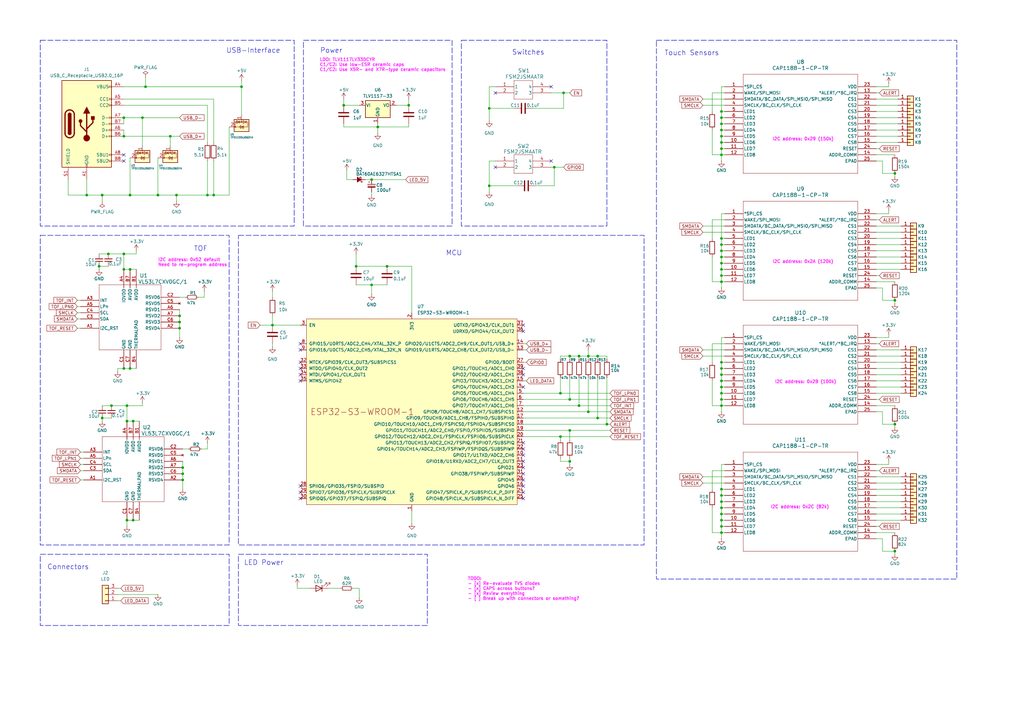
<source format=kicad_sch>
(kicad_sch (version 20231120) (generator "eeschema") (generator_version "8.0")
  (paper "A3")
  (junction (at 140.97 43.18))
  (junction (at 41.91 171.45))
  (junction (at 295.91 153.67))
  (junction (at 152.4 116.84))
  (junction (at 295.91 213.36))
  (junction (at 237.49 146.05))
  (junction (at 295.91 45.72))
  (junction (at 73.66 129.54))
  (junction (at 74.93 191.77))
  (junction (at 72.39 80.01))
  (junction (at 52.07 213.36))
  (junction (at 295.91 115.57))
  (junction (at 40.64 109.22))
  (junction (at 295.91 166.37))
  (junction (at 50.8 104.14))
  (junction (at 295.91 215.9))
  (junction (at 295.91 210.82))
  (junction (at 52.07 172.72))
  (junction (at 367.03 123.19))
  (junction (at 200.66 44.45))
  (junction (at 152.4 73.66))
  (junction (at 295.91 113.03))
  (junction (at 295.91 58.42))
  (junction (at 74.93 194.31))
  (junction (at 367.03 71.12))
  (junction (at 99.06 35.56))
  (junction (at 231.14 38.1))
  (junction (at 111.76 133.35))
  (junction (at 295.91 105.41))
  (junction (at 50.8 55.88))
  (junction (at 237.49 166.37))
  (junction (at 295.91 50.8))
  (junction (at 54.61 172.72))
  (junction (at 295.91 48.26))
  (junction (at 295.91 107.95))
  (junction (at 295.91 163.83))
  (junction (at 73.66 134.62))
  (junction (at 241.3 168.91))
  (junction (at 248.92 173.99))
  (junction (at 146.05 109.22))
  (junction (at 295.91 200.66))
  (junction (at 245.11 171.45))
  (junction (at 367.03 226.06))
  (junction (at 53.34 80.01))
  (junction (at 154.94 52.07))
  (junction (at 50.8 48.26))
  (junction (at 85.09 80.01))
  (junction (at 295.91 203.2))
  (junction (at 295.91 55.88))
  (junction (at 44.45 104.14))
  (junction (at 41.91 80.01))
  (junction (at 295.91 60.96))
  (junction (at 233.68 163.83))
  (junction (at 53.34 151.13))
  (junction (at 227.33 68.58))
  (junction (at 229.87 179.07))
  (junction (at 50.8 151.13))
  (junction (at 58.42 48.26))
  (junction (at 295.91 208.28))
  (junction (at 73.66 132.08))
  (junction (at 367.03 173.99))
  (junction (at 200.66 76.2))
  (junction (at 167.64 43.18))
  (junction (at 295.91 205.74))
  (junction (at 45.72 166.37))
  (junction (at 241.3 146.05))
  (junction (at 158.75 109.22))
  (junction (at 295.91 158.75))
  (junction (at 69.85 55.88))
  (junction (at 59.69 35.56))
  (junction (at 295.91 161.29))
  (junction (at 295.91 100.33))
  (junction (at 295.91 53.34))
  (junction (at 54.61 213.36))
  (junction (at 74.93 196.85))
  (junction (at 64.77 80.01))
  (junction (at 295.91 63.5))
  (junction (at 233.68 176.53))
  (junction (at 52.07 166.37))
  (junction (at 87.63 80.01))
  (junction (at 245.11 146.05))
  (junction (at 295.91 156.21))
  (junction (at 35.56 80.01))
  (junction (at 53.34 110.49))
  (junction (at 295.91 110.49))
  (junction (at 295.91 218.44))
  (junction (at 295.91 151.13))
  (junction (at 295.91 102.87))
  (junction (at 50.8 110.49))
  (junction (at 295.91 148.59))
  (junction (at 233.68 146.05))
  (junction (at 295.91 97.79))
  (junction (at 233.68 189.23))
  (junction (at 229.87 161.29))
  (no_connect (at 214.63 201.93))
  (no_connect (at 214.63 151.13))
  (no_connect (at 50.8 66.04))
  (no_connect (at 123.19 148.59))
  (no_connect (at 214.63 204.47))
  (no_connect (at 123.19 153.67))
  (no_connect (at 214.63 189.23))
  (no_connect (at 123.19 201.93))
  (no_connect (at 214.63 181.61))
  (no_connect (at 123.19 204.47))
  (no_connect (at 123.19 140.97))
  (no_connect (at 123.19 143.51))
  (no_connect (at 203.2 38.1))
  (no_connect (at 214.63 191.77))
  (no_connect (at 123.19 151.13))
  (no_connect (at 214.63 135.89))
  (no_connect (at 50.8 63.5))
  (no_connect (at 123.19 156.21))
  (no_connect (at 214.63 133.35))
  (no_connect (at 226.06 35.56))
  (no_connect (at 214.63 186.69))
  (no_connect (at 214.63 194.31))
  (no_connect (at 214.63 196.85))
  (no_connect (at 123.19 199.39))
  (no_connect (at 214.63 184.15))
  (no_connect (at 203.2 68.58))
  (no_connect (at 214.63 158.75))
  (no_connect (at 214.63 153.67))
  (no_connect (at 226.06 66.04))
  (no_connect (at 214.63 199.39))
  (wire (pts (xy 295.91 158.75) (xy 295.91 156.21)))
  (wire (pts (xy 295.91 118.11) (xy 295.91 115.57)))
  (wire (pts (xy 359.41 205.74) (xy 369.57 205.74)))
  (wire (pts (xy 295.91 218.44) (xy 297.18 218.44)))
  (wire (pts (xy 59.69 35.56) (xy 99.06 35.56)))
  (wire (pts (xy 248.92 173.99) (xy 250.19 173.99)))
  (wire (pts (xy 27.94 80.01) (xy 35.56 80.01)))
  (wire (pts (xy 359.41 48.26) (xy 368.3 48.26)))
  (wire (pts (xy 53.34 151.13) (xy 55.88 151.13)))
  (wire (pts (xy 248.92 154.94) (xy 248.92 173.99)))
  (wire (pts (xy 295.91 50.8) (xy 295.91 48.26)))
  (wire (pts (xy 58.42 48.26) (xy 58.42 59.69)))
  (wire (pts (xy 361.95 226.06) (xy 367.03 226.06)))
  (wire (pts (xy 237.49 146.05) (xy 237.49 147.32)))
  (wire (pts (xy 233.68 163.83) (xy 250.19 163.83)))
  (wire (pts (xy 50.8 48.26) (xy 58.42 48.26)))
  (wire (pts (xy 295.91 213.36) (xy 295.91 210.82)))
  (wire (pts (xy 295.91 205.74) (xy 295.91 203.2)))
  (wire (pts (xy 295.91 48.26) (xy 297.18 48.26)))
  (wire (pts (xy 295.91 215.9) (xy 297.18 215.9)))
  (wire (pts (xy 359.41 168.91) (xy 361.95 168.91)))
  (wire (pts (xy 359.41 87.63) (xy 364.49 87.63)))
  (wire (pts (xy 233.68 154.94) (xy 233.68 163.83)))
  (wire (pts (xy 85.09 181.61) (xy 85.09 184.15)))
  (wire (pts (xy 85.09 58.42) (xy 85.09 43.18)))
  (wire (pts (xy 288.29 195.58) (xy 297.18 195.58)))
  (wire (pts (xy 73.66 127) (xy 73.66 129.54)))
  (wire (pts (xy 203.2 35.56) (xy 200.66 35.56)))
  (wire (pts (xy 359.41 158.75) (xy 369.57 158.75)))
  (wire (pts (xy 64.77 80.01) (xy 72.39 80.01)))
  (wire (pts (xy 55.88 110.49) (xy 53.34 110.49)))
  (wire (pts (xy 367.03 175.26) (xy 367.03 173.99)))
  (wire (pts (xy 360.68 113.03) (xy 359.41 113.03)))
  (wire (pts (xy 292.1 38.1) (xy 292.1 45.72)))
  (wire (pts (xy 167.64 50.8) (xy 167.64 52.07)))
  (wire (pts (xy 40.64 104.14) (xy 44.45 104.14)))
  (wire (pts (xy 359.41 50.8) (xy 368.3 50.8)))
  (wire (pts (xy 359.41 66.04) (xy 361.95 66.04)))
  (wire (pts (xy 359.41 220.98) (xy 361.95 220.98)))
  (wire (pts (xy 167.64 52.07) (xy 154.94 52.07)))
  (wire (pts (xy 214.63 173.99) (xy 248.92 173.99)))
  (wire (pts (xy 50.8 151.13) (xy 53.34 151.13)))
  (wire (pts (xy 214.63 148.59) (xy 215.9 148.59)))
  (wire (pts (xy 359.41 166.37) (xy 367.03 166.37)))
  (wire (pts (xy 295.91 50.8) (xy 297.18 50.8)))
  (wire (pts (xy 359.41 156.21) (xy 369.57 156.21)))
  (wire (pts (xy 49.53 241.3) (xy 48.26 241.3)))
  (wire (pts (xy 73.66 132.08) (xy 73.66 134.62)))
  (wire (pts (xy 295.91 163.83) (xy 297.18 163.83)))
  (wire (pts (xy 53.34 64.77) (xy 53.34 80.01)))
  (wire (pts (xy 295.91 58.42) (xy 295.91 55.88)))
  (wire (pts (xy 295.91 97.79) (xy 297.18 97.79)))
  (wire (pts (xy 359.41 97.79) (xy 369.57 97.79)))
  (wire (pts (xy 359.41 203.2) (xy 369.57 203.2)))
  (wire (pts (xy 295.91 110.49) (xy 295.91 107.95)))
  (wire (pts (xy 295.91 35.56) (xy 297.18 35.56)))
  (wire (pts (xy 214.63 171.45) (xy 245.11 171.45)))
  (wire (pts (xy 31.75 128.27) (xy 33.02 128.27)))
  (wire (pts (xy 227.33 68.58) (xy 226.06 68.58)))
  (wire (pts (xy 48.26 152.4) (xy 48.26 151.13)))
  (wire (pts (xy 229.87 179.07) (xy 250.19 179.07)))
  (wire (pts (xy 219.71 76.2) (xy 227.33 76.2)))
  (wire (pts (xy 295.91 63.5) (xy 297.18 63.5)))
  (wire (pts (xy 360.68 163.83) (xy 359.41 163.83)))
  (wire (pts (xy 295.91 213.36) (xy 297.18 213.36)))
  (wire (pts (xy 147.32 241.3) (xy 144.78 241.3)))
  (wire (pts (xy 361.95 220.98) (xy 361.95 226.06)))
  (wire (pts (xy 50.8 53.34) (xy 50.8 55.88)))
  (wire (pts (xy 241.3 146.05) (xy 241.3 147.32)))
  (wire (pts (xy 52.07 213.36) (xy 54.61 213.36)))
  (wire (pts (xy 50.8 55.88) (xy 69.85 55.88)))
  (wire (pts (xy 295.91 190.5) (xy 295.91 200.66)))
  (wire (pts (xy 218.44 44.45) (xy 231.14 44.45)))
  (wire (pts (xy 295.91 166.37) (xy 295.91 163.83)))
  (wire (pts (xy 360.68 38.1) (xy 359.41 38.1)))
  (wire (pts (xy 158.75 109.22) (xy 168.91 109.22)))
  (wire (pts (xy 359.41 118.11) (xy 361.95 118.11)))
  (wire (pts (xy 227.33 68.58) (xy 227.33 76.2)))
  (wire (pts (xy 295.91 166.37) (xy 297.18 166.37)))
  (wire (pts (xy 41.91 171.45) (xy 41.91 172.72)))
  (wire (pts (xy 292.1 105.41) (xy 292.1 115.57)))
  (wire (pts (xy 200.66 76.2) (xy 200.66 78.74)))
  (wire (pts (xy 288.29 92.71) (xy 297.18 92.71)))
  (wire (pts (xy 359.41 190.5) (xy 364.49 190.5)))
  (wire (pts (xy 292.1 166.37) (xy 295.91 166.37)))
  (wire (pts (xy 295.91 161.29) (xy 295.91 158.75)))
  (wire (pts (xy 359.41 146.05) (xy 369.57 146.05)))
  (wire (pts (xy 142.24 73.66) (xy 142.24 69.85)))
  (wire (pts (xy 288.29 40.64) (xy 297.18 40.64)))
  (wire (pts (xy 295.91 87.63) (xy 295.91 97.79)))
  (wire (pts (xy 295.91 115.57) (xy 295.91 113.03)))
  (wire (pts (xy 229.87 161.29) (xy 250.19 161.29)))
  (wire (pts (xy 214.63 143.51) (xy 215.9 143.51)))
  (wire (pts (xy 40.64 109.22) (xy 40.64 107.95)))
  (wire (pts (xy 214.63 179.07) (xy 229.87 179.07)))
  (wire (pts (xy 295.91 107.95) (xy 295.91 105.41)))
  (wire (pts (xy 288.29 146.05) (xy 297.18 146.05)))
  (wire (pts (xy 44.45 104.14) (xy 50.8 104.14)))
  (wire (pts (xy 359.41 213.36) (xy 369.57 213.36)))
  (wire (pts (xy 237.49 166.37) (xy 250.19 166.37)))
  (wire (pts (xy 295.91 205.74) (xy 297.18 205.74)))
  (wire (pts (xy 292.1 90.17) (xy 297.18 90.17)))
  (wire (pts (xy 361.95 168.91) (xy 361.95 173.99)))
  (wire (pts (xy 367.03 227.33) (xy 367.03 226.06)))
  (wire (pts (xy 367.03 72.39) (xy 367.03 71.12)))
  (wire (pts (xy 359.41 153.67) (xy 369.57 153.67)))
  (wire (pts (xy 295.91 208.28) (xy 295.91 205.74)))
  (wire (pts (xy 359.41 208.28) (xy 369.57 208.28)))
  (wire (pts (xy 140.97 52.07) (xy 140.97 50.8)))
  (wire (pts (xy 360.68 140.97) (xy 359.41 140.97)))
  (wire (pts (xy 364.49 189.23) (xy 364.49 190.5)))
  (wire (pts (xy 295.91 220.98) (xy 295.91 218.44)))
  (wire (pts (xy 361.95 118.11) (xy 361.95 123.19)))
  (wire (pts (xy 33.02 185.42) (xy 34.29 185.42)))
  (wire (pts (xy 33.02 193.04) (xy 34.29 193.04)))
  (wire (pts (xy 359.41 35.56) (xy 364.49 35.56)))
  (wire (pts (xy 147.32 241.3) (xy 147.32 245.11)))
  (wire (pts (xy 111.76 129.54) (xy 111.76 133.35)))
  (wire (pts (xy 295.91 190.5) (xy 297.18 190.5)))
  (wire (pts (xy 359.41 92.71) (xy 369.57 92.71)))
  (wire (pts (xy 248.92 146.05) (xy 248.92 147.32)))
  (wire (pts (xy 69.85 55.88) (xy 69.85 59.69)))
  (wire (pts (xy 292.1 53.34) (xy 292.1 63.5)))
  (wire (pts (xy 245.11 146.05) (xy 245.11 147.32)))
  (wire (pts (xy 295.91 35.56) (xy 295.91 45.72)))
  (wire (pts (xy 134.62 241.3) (xy 139.7 241.3)))
  (wire (pts (xy 214.63 140.97) (xy 215.9 140.97)))
  (wire (pts (xy 245.11 154.94) (xy 245.11 171.45)))
  (wire (pts (xy 31.75 130.81) (xy 33.02 130.81)))
  (wire (pts (xy 140.97 40.64) (xy 140.97 43.18)))
  (wire (pts (xy 359.41 195.58) (xy 369.57 195.58)))
  (wire (pts (xy 361.95 173.99) (xy 367.03 173.99)))
  (wire (pts (xy 106.68 133.35) (xy 111.76 133.35)))
  (wire (pts (xy 162.56 43.18) (xy 167.64 43.18)))
  (wire (pts (xy 295.91 200.66) (xy 297.18 200.66)))
  (wire (pts (xy 231.14 44.45) (xy 231.14 38.1)))
  (wire (pts (xy 85.09 184.15) (xy 82.55 184.15)))
  (wire (pts (xy 361.95 71.12) (xy 367.03 71.12)))
  (wire (pts (xy 41.91 171.45) (xy 41.91 170.18)))
  (wire (pts (xy 41.91 166.37) (xy 45.72 166.37)))
  (wire (pts (xy 72.39 82.55) (xy 72.39 80.01)))
  (wire (pts (xy 295.91 87.63) (xy 297.18 87.63)))
  (wire (pts (xy 359.41 105.41) (xy 369.57 105.41)))
  (wire (pts (xy 295.91 215.9) (xy 295.91 213.36)))
  (wire (pts (xy 111.76 133.35) (xy 123.19 133.35)))
  (wire (pts (xy 359.41 138.43) (xy 364.49 138.43)))
  (wire (pts (xy 50.8 43.18) (xy 85.09 43.18)))
  (wire (pts (xy 237.49 146.05) (xy 241.3 146.05)))
  (wire (pts (xy 214.63 163.83) (xy 233.68 163.83)))
  (wire (pts (xy 152.4 73.66) (xy 166.37 73.66)))
  (wire (pts (xy 359.41 198.12) (xy 369.57 198.12)))
  (wire (pts (xy 229.87 146.05) (xy 233.68 146.05)))
  (wire (pts (xy 33.02 190.5) (xy 34.29 190.5)))
  (wire (pts (xy 295.91 58.42) (xy 297.18 58.42)))
  (wire (pts (xy 83.82 121.92) (xy 81.28 121.92)))
  (wire (pts (xy 359.41 218.44) (xy 367.03 218.44)))
  (wire (pts (xy 73.66 134.62) (xy 73.66 138.43)))
  (wire (pts (xy 40.64 109.22) (xy 44.45 109.22)))
  (wire (pts (xy 359.41 102.87) (xy 369.57 102.87)))
  (wire (pts (xy 200.66 44.45) (xy 200.66 49.53)))
  (wire (pts (xy 121.92 240.03) (xy 121.92 241.3)))
  (wire (pts (xy 200.66 66.04) (xy 200.66 76.2)))
  (wire (pts (xy 74.93 184.15) (xy 77.47 184.15)))
  (wire (pts (xy 364.49 86.36) (xy 364.49 87.63)))
  (wire (pts (xy 33.02 196.85) (xy 34.29 196.85)))
  (wire (pts (xy 245.11 146.05) (xy 248.92 146.05)))
  (wire (pts (xy 295.91 115.57) (xy 297.18 115.57)))
  (wire (pts (xy 41.91 82.55) (xy 41.91 80.01)))
  (wire (pts (xy 295.91 156.21) (xy 295.91 153.67)))
  (wire (pts (xy 40.64 109.22) (xy 40.64 110.49)))
  (wire (pts (xy 295.91 168.91) (xy 295.91 166.37)))
  (wire (pts (xy 295.91 153.67) (xy 297.18 153.67)))
  (wire (pts (xy 229.87 154.94) (xy 229.87 161.29)))
  (wire (pts (xy 359.41 210.82) (xy 369.57 210.82)))
  (wire (pts (xy 295.91 100.33) (xy 295.91 97.79)))
  (wire (pts (xy 168.91 209.55) (xy 168.91 214.63)))
  (wire (pts (xy 74.93 191.77) (xy 74.93 194.31)))
  (wire (pts (xy 203.2 66.04) (xy 200.66 66.04)))
  (wire (pts (xy 295.91 55.88) (xy 295.91 53.34)))
  (wire (pts (xy 295.91 60.96) (xy 295.91 58.42)))
  (wire (pts (xy 295.91 100.33) (xy 297.18 100.33)))
  (wire (pts (xy 295.91 138.43) (xy 297.18 138.43)))
  (wire (pts (xy 359.41 55.88) (xy 368.3 55.88)))
  (wire (pts (xy 295.91 218.44) (xy 295.91 215.9)))
  (wire (pts (xy 367.03 124.46) (xy 367.03 123.19)))
  (wire (pts (xy 288.29 95.25) (xy 297.18 95.25)))
  (wire (pts (xy 360.68 90.17) (xy 359.41 90.17)))
  (wire (pts (xy 149.86 73.66) (xy 152.4 73.66)))
  (wire (pts (xy 359.41 45.72) (xy 368.3 45.72)))
  (wire (pts (xy 111.76 119.38) (xy 111.76 121.92)))
  (wire (pts (xy 48.26 246.38) (xy 49.53 246.38)))
  (wire (pts (xy 292.1 193.04) (xy 297.18 193.04)))
  (wire (pts (xy 45.72 166.37) (xy 52.07 166.37)))
  (wire (pts (xy 200.66 76.2) (xy 212.09 76.2)))
  (wire (pts (xy 241.3 143.51) (xy 241.3 146.05)))
  (wire (pts (xy 295.91 107.95) (xy 297.18 107.95)))
  (wire (pts (xy 295.91 105.41) (xy 295.91 102.87)))
  (wire (pts (xy 295.91 102.87) (xy 295.91 100.33)))
  (wire (pts (xy 288.29 143.51) (xy 297.18 143.51)))
  (wire (pts (xy 214.63 156.21) (xy 215.9 156.21)))
  (wire (pts (xy 231.14 68.58) (xy 227.33 68.58)))
  (wire (pts (xy 359.41 63.5) (xy 367.03 63.5)))
  (wire (pts (xy 229.87 189.23) (xy 233.68 189.23)))
  (wire (pts (xy 241.3 146.05) (xy 245.11 146.05)))
  (wire (pts (xy 295.91 53.34) (xy 297.18 53.34)))
  (wire (pts (xy 295.91 153.67) (xy 295.91 151.13)))
  (wire (pts (xy 364.49 137.16) (xy 364.49 138.43)))
  (wire (pts (xy 140.97 52.07) (xy 154.94 52.07)))
  (wire (pts (xy 50.8 104.14) (xy 50.8 110.49)))
  (wire (pts (xy 142.24 73.66) (xy 144.78 73.66)))
  (wire (pts (xy 35.56 80.01) (xy 41.91 80.01)))
  (wire (pts (xy 361.95 123.19) (xy 367.03 123.19)))
  (wire (pts (xy 233.68 180.34) (xy 233.68 176.53)))
  (wire (pts (xy 241.3 154.94) (xy 241.3 168.91)))
  (wire (pts (xy 295.91 148.59) (xy 297.18 148.59)))
  (wire (pts (xy 214.63 161.29) (xy 229.87 161.29)))
  (wire (pts (xy 54.61 172.72) (xy 52.07 172.72)))
  (wire (pts (xy 295.91 158.75) (xy 297.18 158.75)))
  (wire (pts (xy 295.91 151.13) (xy 295.91 148.59)))
  (wire (pts (xy 111.76 140.97) (xy 111.76 142.24)))
  (wire (pts (xy 214.63 176.53) (xy 233.68 176.53)))
  (wire (pts (xy 31.75 123.19) (xy 33.02 123.19)))
  (wire (pts (xy 35.56 73.66) (xy 35.56 80.01)))
  (wire (pts (xy 231.14 38.1) (xy 233.68 38.1)))
  (wire (pts (xy 359.41 43.18) (xy 368.3 43.18)))
  (wire (pts (xy 359.41 200.66) (xy 369.57 200.66)))
  (wire (pts (xy 245.11 171.45) (xy 250.19 171.45)))
  (wire (pts (xy 152.4 78.74) (xy 152.4 80.01)))
  (wire (pts (xy 87.63 66.04) (xy 87.63 80.01)))
  (wire (pts (xy 359.41 143.51) (xy 369.57 143.51)))
  (wire (pts (xy 292.1 63.5) (xy 295.91 63.5)))
  (wire (pts (xy 168.91 109.22) (xy 168.91 128.27)))
  (wire (pts (xy 295.91 210.82) (xy 297.18 210.82)))
  (wire (pts (xy 233.68 147.32) (xy 233.68 146.05)))
  (wire (pts (xy 295.91 48.26) (xy 295.91 45.72)))
  (wire (pts (xy 50.8 48.26) (xy 50.8 50.8)))
  (wire (pts (xy 52.07 215.9) (xy 52.07 213.36)))
  (wire (pts (xy 53.34 80.01) (xy 64.77 80.01)))
  (wire (pts (xy 359.41 40.64) (xy 368.3 40.64)))
  (wire (pts (xy 292.1 140.97) (xy 297.18 140.97)))
  (wire (pts (xy 295.91 63.5) (xy 295.91 60.96)))
  (wire (pts (xy 233.68 190.5) (xy 233.68 189.23)))
  (wire (pts (xy 200.66 44.45) (xy 210.82 44.45)))
  (wire (pts (xy 292.1 38.1) (xy 297.18 38.1)))
  (wire (pts (xy 360.68 215.9) (xy 359.41 215.9)))
  (wire (pts (xy 31.75 134.62) (xy 33.02 134.62)))
  (wire (pts (xy 295.91 210.82) (xy 295.91 208.28)))
  (wire (pts (xy 33.02 187.96) (xy 34.29 187.96)))
  (wire (pts (xy 73.66 129.54) (xy 73.66 132.08)))
  (wire (pts (xy 74.93 196.85) (xy 74.93 200.66)))
  (wire (pts (xy 229.87 147.32) (xy 229.87 146.05)))
  (wire (pts (xy 295.91 203.2) (xy 295.91 200.66)))
  (wire (pts (xy 146.05 116.84) (xy 152.4 116.84)))
  (wire (pts (xy 229.87 179.07) (xy 229.87 180.34)))
  (wire (pts (xy 295.91 163.83) (xy 295.91 161.29)))
  (wire (pts (xy 288.29 198.12) (xy 297.18 198.12)))
  (wire (pts (xy 359.41 107.95) (xy 369.57 107.95)))
  (wire (pts (xy 73.66 121.92) (xy 76.2 121.92)))
  (wire (pts (xy 59.69 31.75) (xy 59.69 35.56)))
  (wire (pts (xy 295.91 110.49) (xy 297.18 110.49)))
  (wire (pts (xy 359.41 95.25) (xy 369.57 95.25)))
  (wire (pts (xy 53.34 110.49) (xy 50.8 110.49)))
  (wire (pts (xy 295.91 53.34) (xy 295.91 50.8)))
  (wire (pts (xy 152.4 116.84) (xy 158.75 116.84)))
  (wire (pts (xy 295.91 60.96) (xy 297.18 60.96)))
  (wire (pts (xy 154.94 50.8) (xy 154.94 52.07)))
  (wire (pts (xy 241.3 168.91) (xy 250.19 168.91)))
  (wire (pts (xy 359.41 53.34) (xy 368.3 53.34)))
  (wire (pts (xy 167.64 43.18) (xy 167.64 40.64)))
  (wire (pts (xy 295.91 151.13) (xy 297.18 151.13)))
  (wire (pts (xy 58.42 48.26) (xy 73.66 48.26)))
  (wire (pts (xy 57.15 172.72) (xy 54.61 172.72)))
  (wire (pts (xy 55.88 102.87) (xy 55.88 104.14)))
  (wire (pts (xy 146.05 104.14) (xy 146.05 109.22)))
  (wire (pts (xy 295.91 66.04) (xy 295.91 63.5)))
  (wire (pts (xy 85.09 66.04) (xy 85.09 80.01)))
  (wire (pts (xy 237.49 154.94) (xy 237.49 166.37)))
  (wire (pts (xy 295.91 102.87) (xy 297.18 102.87)))
  (wire (pts (xy 58.42 166.37) (xy 52.07 166.37)))
  (wire (pts (xy 233.68 146.05) (xy 237.49 146.05)))
  (wire (pts (xy 359.41 161.29) (xy 369.57 161.29)))
  (wire (pts (xy 52.07 166.37) (xy 52.07 172.72)))
  (wire (pts (xy 74.93 189.23) (xy 74.93 191.77)))
  (wire (pts (xy 295.91 105.41) (xy 297.18 105.41)))
  (wire (pts (xy 50.8 40.64) (xy 87.63 40.64)))
  (wire (pts (xy 93.98 52.07) (xy 93.98 80.01)))
  (wire (pts (xy 214.63 166.37) (xy 237.49 166.37)))
  (wire (pts (xy 359.41 100.33) (xy 369.57 100.33)))
  (wire (pts (xy 48.26 243.84) (xy 64.77 243.84)))
  (wire (pts (xy 48.26 151.13) (xy 50.8 151.13)))
  (wire (pts (xy 152.4 116.84) (xy 152.4 120.65)))
  (wire (pts (xy 292.1 156.21) (xy 292.1 166.37)))
  (wire (pts (xy 295.91 113.03) (xy 295.91 110.49)))
  (wire (pts (xy 295.91 138.43) (xy 295.91 148.59)))
  (wire (pts (xy 74.93 194.31) (xy 74.93 196.85)))
  (wire (pts (xy 295.91 45.72) (xy 297.18 45.72)))
  (wire (pts (xy 41.91 171.45) (xy 45.72 171.45)))
  (wire (pts (xy 292.1 90.17) (xy 292.1 97.79)))
  (wire (pts (xy 364.49 34.29) (xy 364.49 35.56)))
  (wire (pts (xy 41.91 80.01) (xy 53.34 80.01)))
  (wire (pts (xy 292.1 218.44) (xy 295.91 218.44)))
  (wire (pts (xy 359.41 151.13) (xy 369.57 151.13)))
  (wire (pts (xy 226.06 38.1) (xy 231.14 38.1)))
  (wire (pts (xy 295.91 161.29) (xy 297.18 161.29)))
  (wire (pts (xy 214.63 168.91) (xy 241.3 168.91)))
  (wire (pts (xy 58.42 165.1) (xy 58.42 166.37)))
  (wire (pts (xy 154.94 54.61) (xy 154.94 52.07)))
  (wire (pts (xy 99.06 46.99) (xy 99.06 35.56)))
  (wire (pts (xy 359.41 148.59) (xy 369.57 148.59)))
  (wire (pts (xy 360.68 193.04) (xy 359.41 193.04)))
  (wire (pts (xy 292.1 115.57) (xy 295.91 115.57)))
  (wire (pts (xy 361.95 66.04) (xy 361.95 71.12)))
  (wire (pts (xy 200.66 35.56) (xy 200.66 44.45)))
  (wire (pts (xy 359.41 115.57) (xy 367.03 115.57)))
  (wire (pts (xy 54.61 213.36) (xy 57.15 213.36)))
  (wire (pts (xy 359.41 110.49) (xy 369.57 110.49)))
  (wire (pts (xy 69.85 55.88) (xy 73.66 55.88)))
  (wire (pts (xy 292.1 208.28) (xy 292.1 218.44)))
  (wire (pts (xy 233.68 187.96) (xy 233.68 189.23)))
  (wire (pts (xy 292.1 140.97) (xy 292.1 148.59)))
  (wire (pts (xy 64.77 64.77) (xy 64.77 80.01)))
  (wire (pts (xy 27.94 73.66) (xy 27.94 80.01)))
  (wire (pts (xy 233.68 176.53) (xy 250.19 176.53)))
  (wire (pts (xy 87.63 80.01) (xy 93.98 80.01)))
  (wire (pts (xy 99.06 33.02) (xy 99.06 35.56)))
  (wire (pts (xy 295.91 203.2) (xy 297.18 203.2)))
  (wire (pts (xy 85.09 80.01) (xy 87.63 80.01)))
  (wire (pts (xy 50.8 35.56) (xy 59.69 35.56)))
  (wire (pts (xy 140.97 43.18) (xy 147.32 43.18)))
  (wire (pts (xy 295.91 55.88) (xy 297.18 55.88)))
  (wire (pts (xy 31.75 125.73) (xy 33.02 125.73)))
  (wire (pts (xy 295.91 208.28) (xy 297.18 208.28)))
  (wire (pts (xy 295.91 156.21) (xy 297.18 156.21)))
  (wire (pts (xy 72.39 80.01) (xy 85.09 80.01)))
  (wire (pts (xy 288.29 43.18) (xy 297.18 43.18)))
  (wire (pts (xy 87.63 40.64) (xy 87.63 58.42)))
  (wire (pts (xy 229.87 187.96) (xy 229.87 189.23)))
  (wire (pts (xy 295.91 113.03) (xy 297.18 113.03)))
  (wire (pts (xy 55.88 104.14) (xy 50.8 104.14)))
  (wire (pts (xy 292.1 193.04) (xy 292.1 200.66)))
  (wire (pts (xy 359.41 58.42) (xy 368.3 58.42)))
  (wire (pts (xy 146.05 109.22) (xy 158.75 109.22)))
  (wire (pts (xy 83.82 119.38) (xy 83.82 121.92)))
  (wire (pts (xy 360.68 60.96) (xy 359.41 60.96)))
  (wire (pts (xy 121.92 241.3) (xy 127 241.3)))
  (rectangle (start 269.24 16.51) (end 392.43 237.49) (stroke (width 0.2032) (type dash)))
  (rectangle (start 97.79 96.52) (end 264.16 223.52) (stroke (width 0.2032) (type dash)))
  (rectangle (start 189.23 16.51) (end 248.92 92.71) (stroke (width 0.2032) (type dash)))
  (rectangle (start 16.51 16.51) (end 120.65 92.71) (stroke (width 0.2032) (type dash)))
  (rectangle (start 16.51 96.52) (end 93.98 223.52) (stroke (width 0.2032) (type dash)))
  (rectangle (start 97.79 227.33) (end 175.26 256.54) (stroke (width 0.2032) (type dash)))
  (rectangle (start 16.51 227.33) (end 93.98 256.54) (stroke (width 0.2032) (type dash)))
  (rectangle (start 124.46 16.51) (end 185.42 92.71) (stroke (width 0.2032) (type dash)))
  (text "I2C address: 0x52 default\nNeed to re-program address" (at 64.77 107.696 0) (effects (font (size 1.27 1.27) (thickness 0.254) (bold yes)) (justify left)))
  (text "I2C address: 0x2C (82k)" (at 315.976 208.026 0) (effects (font (size 1.27 1.27) (thickness 0.254) (bold yes)) (justify left)))
  (text "TODO:\n- [x] Re-evaluate TVS diodes\n- [x] CAPS across buttons?\n- [x] Review everything\n- [ ] Break up with connectors or something?" (at 191.77 241.554 0) (effects (font (size 1.27 1.27) (thickness 0.254) (bold yes)) (justify left)))
  (text "LED Power" (at 108.204 230.886 0) (effects (font (size 2.032 2.032))))
  (text "I2C address: 0x2B (100k)" (at 317.754 156.718 0) (effects (font (size 1.27 1.27) (thickness 0.254) (bold yes)) (justify left)))
  (text "Connectors" (at 27.94 232.664 0) (effects (font (size 2.032 2.032))))
  (text "MCU" (at 186.182 103.886 0) (effects (font (size 2.032 2.032))))
  (text "LDO: TLV1117LV33DCYR\nC1/C2: Use low-ESR ceramic caps\nC1/C2: Use X5R- and X7R-type ceramic capacitors" (at 131.064 26.67 0) (effects (font (size 1.27 1.27) (thickness 0.254) (bold yes)) (justify left)))
  (text "I2C address: 0x29 (150k)" (at 316.738 57.15 0) (effects (font (size 1.27 1.27) (thickness 0.254) (bold yes)) (justify left)))
  (text "TOF" (at 82.296 102.108 0) (effects (font (size 2.032 2.032))))
  (text "USB-Interface" (at 103.886 20.828 0) (effects (font (size 2.032 2.032))))
  (text "Power" (at 135.89 20.828 0) (effects (font (size 2.032 2.032))))
  (text "I2C address: 0x2A (120k)" (at 316.738 107.442 0) (effects (font (size 1.27 1.27) (thickness 0.254) (bold yes)) (justify left)))
  (text "Touch Sensors" (at 283.718 21.844 0) (effects (font (size 2.032 2.032))))
  (text "Switches" (at 216.662 21.59 0) (effects (font (size 2.032 2.032))))
  (global_label "RESET" (shape input) (at 360.68 60.96 0) (property "Intersheetrefs" "${INTERSHEET_REFS}" (effects (hide yes))))
  (global_label "USB_D-" (shape input) (at 215.9 143.51 0) (property "Intersheetrefs" "${INTERSHEET_REFS}" (effects (hide yes))))
  (global_label "GPIO0" (shape input) (at 231.14 68.58 0) (property "Intersheetrefs" "${INTERSHEET_REFS}" (effects (hide yes))))
  (global_label "RESET" (shape input) (at 360.68 215.9 0) (property "Intersheetrefs" "${INTERSHEET_REFS}" (effects (hide yes))))
  (global_label "SMCLK" (shape input) (at 288.29 95.25 180) (property "Intersheetrefs" "${INTERSHEET_REFS}" (effects (hide yes))))
  (global_label "TOF_RESET" (shape input) (at 31.75 134.62 180) (property "Intersheetrefs" "${INTERSHEET_REFS}" (effects (hide yes))))
  (global_label "ALERT" (shape input) (at 360.68 90.17 0) (property "Intersheetrefs" "${INTERSHEET_REFS}" (effects (hide yes))))
  (global_label "SMCLK" (shape input) (at 288.29 198.12 180) (property "Intersheetrefs" "${INTERSHEET_REFS}" (effects (hide yes))))
  (global_label "USB_D-" (shape input) (at 73.66 48.26 0) (property "Intersheetrefs" "${INTERSHEET_REFS}" (effects (hide yes))))
  (global_label "RESET" (shape input) (at 360.68 163.83 0) (property "Intersheetrefs" "${INTERSHEET_REFS}" (effects (hide yes))))
  (global_label "SMCLK" (shape input) (at 288.29 146.05 180) (property "Intersheetrefs" "${INTERSHEET_REFS}" (effects (hide yes))))
  (global_label "SMDATA" (shape input) (at 31.75 130.81 180) (property "Intersheetrefs" "${INTERSHEET_REFS}" (effects (hide yes))))
  (global_label "LED_5V" (shape input) (at 166.37 73.66 0) (property "Intersheetrefs" "${INTERSHEET_REFS}" (effects (hide yes))))
  (global_label "LED_DATA" (shape input) (at 215.9 156.21 0) (property "Intersheetrefs" "${INTERSHEET_REFS}" (effects (hide yes))))
  (global_label "SMDATA" (shape input) (at 288.29 40.64 180) (property "Intersheetrefs" "${INTERSHEET_REFS}" (effects (hide yes))))
  (global_label "ALERT" (shape input) (at 360.68 140.97 0) (property "Intersheetrefs" "${INTERSHEET_REFS}" (effects (hide yes))))
  (global_label "LED_5V" (shape input) (at 49.53 241.3 0) (property "Intersheetrefs" "${INTERSHEET_REFS}" (effects (hide yes))))
  (global_label "SMCLK" (shape input) (at 31.75 128.27 180) (property "Intersheetrefs" "${INTERSHEET_REFS}" (effects (hide yes))))
  (global_label "SMCLK" (shape input) (at 250.19 171.45 0) (property "Intersheetrefs" "${INTERSHEET_REFS}" (effects (hide yes))))
  (global_label "SMCLK" (shape input) (at 33.02 190.5 180) (property "Intersheetrefs" "${INTERSHEET_REFS}" (effects (hide yes))))
  (global_label "TOF_RESET" (shape input) (at 250.19 179.07 0) (property "Intersheetrefs" "${INTERSHEET_REFS}" (effects (hide yes))))
  (global_label "TOF_LPN0" (shape input) (at 31.75 125.73 180) (property "Intersheetrefs" "${INTERSHEET_REFS}" (effects (hide yes))))
  (global_label "TOF_RESET" (shape input) (at 33.02 196.85 180) (property "Intersheetrefs" "${INTERSHEET_REFS}" (effects (hide yes))))
  (global_label "SMDATA" (shape input) (at 33.02 193.04 180) (property "Intersheetrefs" "${INTERSHEET_REFS}" (effects (hide yes))))
  (global_label "ALERT" (shape input) (at 250.19 173.99 0) (property "Intersheetrefs" "${INTERSHEET_REFS}" (effects (hide yes))))
  (global_label "LED_DATA" (shape input) (at 49.53 246.38 0) (property "Intersheetrefs" "${INTERSHEET_REFS}" (effects (hide yes))))
  (global_label "USB_D+" (shape input) (at 73.66 55.88 0) (property "Intersheetrefs" "${INTERSHEET_REFS}" (effects (hide yes))))
  (global_label "SMCLK" (shape input) (at 288.29 43.18 180) (property "Intersheetrefs" "${INTERSHEET_REFS}" (effects (hide yes))))
  (global_label "ALERT" (shape input) (at 360.68 193.04 0) (property "Intersheetrefs" "${INTERSHEET_REFS}" (effects (hide yes))))
  (global_label "TOF_INT" (shape input) (at 250.19 166.37 0) (property "Intersheetrefs" "${INTERSHEET_REFS}" (effects (hide yes))))
  (global_label "SMDATA" (shape input) (at 288.29 92.71 180) (property "Intersheetrefs" "${INTERSHEET_REFS}" (effects (hide yes))))
  (global_label "TOF_LPN0" (shape input) (at 250.19 161.29 0) (property "Intersheetrefs" "${INTERSHEET_REFS}" (effects (hide yes))))
  (global_label "EN" (shape input) (at 106.68 133.35 180) (property "Intersheetrefs" "${INTERSHEET_REFS}" (effects (hide yes))))
  (global_label "GPIO0" (shape input) (at 215.9 148.59 0) (property "Intersheetrefs" "${INTERSHEET_REFS}" (effects (hide yes))))
  (global_label "TOF_INT" (shape input) (at 33.02 185.42 180) (property "Intersheetrefs" "${INTERSHEET_REFS}" (effects (hide yes))))
  (global_label "SMDATA" (shape input) (at 288.29 143.51 180) (property "Intersheetrefs" "${INTERSHEET_REFS}" (effects (hide yes))))
  (global_label "SMDATA" (shape input) (at 250.19 168.91 0) (property "Intersheetrefs" "${INTERSHEET_REFS}" (effects (hide yes))))
  (global_label "RESET" (shape input) (at 250.19 176.53 0) (property "Intersheetrefs" "${INTERSHEET_REFS}" (effects (hide yes))))
  (global_label "TOF_LPN1" (shape input) (at 33.02 187.96 180) (property "Intersheetrefs" "${INTERSHEET_REFS}" (effects (hide yes))))
  (global_label "RESET" (shape input) (at 360.68 113.03 0) (property "Intersheetrefs" "${INTERSHEET_REFS}" (effects (hide yes))))
  (global_label "EN" (shape input) (at 233.68 38.1 0) (property "Intersheetrefs" "${INTERSHEET_REFS}" (effects (hide yes))))
  (global_label "SMDATA" (shape input) (at 288.29 195.58 180) (property "Intersheetrefs" "${INTERSHEET_REFS}" (effects (hide yes))))
  (global_label "TOF_INT" (shape input) (at 31.75 123.19 180) (property "Intersheetrefs" "${INTERSHEET_REFS}" (effects (hide yes))))
  (global_label "TOF_LPN1" (shape input) (at 250.19 163.83 0) (property "Intersheetrefs" "${INTERSHEET_REFS}" (effects (hide yes))))
  (global_label "USB_D+" (shape input) (at 215.9 140.97 0) (property "Intersheetrefs" "${INTERSHEET_REFS}" (effects (hide yes))))
  (global_label "ALERT" (shape input) (at 360.68 38.1 0) (property "Intersheetrefs" "${INTERSHEET_REFS}" (effects (hide yes))))
  (symbol (lib_id "power:GND") (at 48.26 152.4 0) (unit 1)
    (property "Reference" "#PWR03" (effects (hide yes)))
    (property "Value" "GND" (at 48.26 156.21 0))
    (property "Description" "Power symbol creates a global label with name \"GND\" , ground" (effects (hide yes)))
  )
  (symbol (lib_id "Connector_Generic:Conn_01x01") (at 374.65 203.2 0) (unit 1)
    (property "Reference" "K28" (at 376.428 203.2 0) (effects (justify left)))
    (property "Value" "Conn_01x01" (effects (hide yes)))
    (property "Footprint" "TouchKey:TouchKey_Standard" (effects (hide yes)))
    (property "Description" "Generic connector, single row, 01x01, script generated (kicad-library-utils/schlib/autogen/connector/)" (effects (hide yes)))
  )
  (symbol (lib_id "FSM2JSMAATR:FSM2JSMAATR") (at 203.2 68.58 0) (unit 1)
    (property "Reference" "SW2" (at 214.63 59.944 0) (effects (font (size 1.524 1.524))))
    (property "Value" "FSM2JSMAATR" (at 214.376 62.23 0) (effects (font (size 1.524 1.524))))
    (property "Footprint" "FSM2JSMAATR:SWITCH_FSM2JSMAA_TYC" (effects (hide yes)))
    (property "Datasheet" "FSM2JSMAATR" (effects (hide yes)))
  )
  (symbol (lib_id "power:GND") (at 40.64 110.49 0) (unit 1)
    (property "Reference" "#PWR01" (effects (hide yes)))
    (property "Value" "GND" (at 40.64 114.3 0))
    (property "Description" "Power symbol creates a global label with name \"GND\" , ground" (effects (hide yes)))
  )
  (symbol (lib_id "Device:R") (at 237.49 151.13 180) (unit 1)
    (property "Reference" "R11" (at 237.744 147.574 0) (effects (font (size 1.016 1.016)) (justify right)))
    (property "Value" "47k" (at 237.744 154.94 0) (effects (font (size 1.016 1.016)) (justify right)))
    (property "Footprint" "Resistor_SMD:R_0805_2012Metric_Pad1.20x1.40mm_HandSolder" (effects (hide yes)))
    (property "Description" "Resistor" (effects (hide yes)))
  )
  (symbol (lib_id "Connector_Generic:Conn_01x01") (at 374.65 200.66 0) (unit 1)
    (property "Reference" "K27" (at 376.428 200.66 0) (effects (justify left)))
    (property "Value" "Conn_01x01" (effects (hide yes)))
    (property "Footprint" "TouchKey:TouchKey_Standard" (effects (hide yes)))
    (property "Description" "Generic connector, single row, 01x01, script generated (kicad-library-utils/schlib/autogen/connector/)" (effects (hide yes)))
  )
  (symbol (lib_id "power:+5V") (at 99.06 33.02 0) (unit 1)
    (property "Reference" "#PWR013" (effects (hide yes)))
    (property "Value" "+5V" (at 99.06 28.956 0))
    (property "Description" "Power symbol creates a global label with name \"+5V\"" (effects (hide yes)))
  )
  (symbol (lib_id "power:+3.3V") (at 85.09 181.61 0) (unit 1)
    (property "Reference" "#PWR012" (effects (hide yes)))
    (property "Value" "+3.3V" (at 82.296 177.8 0) (effects (justify left)))
    (property "Description" "Power symbol creates a global label with name \"+3.3V\"" (effects (hide yes)))
  )
  (symbol (lib_id "Device:C") (at 158.75 113.03 180) (unit 1)
    (property "Reference" "C9" (at 161.29 111.76 0) (effects (justify right)))
    (property "Value" "0.1uF" (at 161.29 114.3 0) (effects (justify right)))
    (property "Footprint" "Capacitor_SMD:C_0805_2012Metric_Pad1.18x1.45mm_HandSolder" (effects (hide yes)))
    (property "Description" "Unpolarized capacitor" (effects (hide yes)))
  )
  (symbol (lib_id "Device:C_Small") (at 44.45 106.68 180) (unit 1)
    (property "Reference" "C3" (at 50.038 106.426 0) (effects (justify left)))
    (property "Value" "0.1uF" (at 50.038 108.204 0) (effects (justify left)))
    (property "Footprint" "Capacitor_SMD:C_0805_2012Metric_Pad1.18x1.45mm_HandSolder" (effects (hide yes)))
    (property "Description" "Unpolarized capacitor, small symbol" (effects (hide yes)))
  )
  (symbol (lib_id "Device:R") (at 248.92 151.13 180) (unit 1)
    (property "Reference" "R14" (at 250.444 150.114 0) (effects (justify right)))
    (property "Value" "10k" (at 250.444 151.892 0) (effects (justify right)))
    (property "Footprint" "Resistor_SMD:R_0805_2012Metric_Pad1.20x1.40mm_HandSolder" (effects (hide yes)))
    (property "Description" "Resistor" (effects (hide yes)))
  )
  (symbol (lib_id "Connector_Generic:Conn_01x01") (at 374.65 146.05 0) (unit 1)
    (property "Reference" "K18" (at 376.428 146.05 0) (effects (justify left)))
    (property "Value" "Conn_01x01" (effects (hide yes)))
    (property "Footprint" "TouchKey:TouchKey_Standard" (effects (hide yes)))
    (property "Description" "Generic connector, single row, 01x01, script generated (kicad-library-utils/schlib/autogen/connector/)" (effects (hide yes)))
  )
  (symbol (lib_id "Connector_Generic:Conn_01x01") (at 373.38 50.8 0) (unit 1)
    (property "Reference" "K5" (at 375.158 50.8 0) (effects (justify left)))
    (property "Value" "Conn_01x01" (effects (hide yes)))
    (property "Footprint" "TouchKey:TouchKey_Standard" (effects (hide yes)))
    (property "Description" "Generic connector, single row, 01x01, script generated (kicad-library-utils/schlib/autogen/connector/)" (effects (hide yes)))
  )
  (symbol (lib_id "power:+3.3V") (at 364.49 137.16 0) (unit 1)
    (property "Reference" "#PWR036" (effects (hide yes)))
    (property "Value" "+3.3V" (at 364.49 133.35 0))
    (property "Description" "Power symbol creates a global label with name \"+3.3V\"" (effects (hide yes)))
  )
  (symbol (lib_id "power:GND") (at 200.66 49.53 0) (unit 1)
    (property "Reference" "#PWR026" (effects (hide yes)))
    (property "Value" "GND" (at 200.66 54.61 0))
    (property "Description" "Power symbol creates a global label with name \"GND\" , ground" (effects (hide yes)))
  )
  (symbol (lib_id "Connector_Generic:Conn_01x01") (at 374.65 95.25 0) (unit 1)
    (property "Reference" "K10" (at 376.428 95.25 0) (effects (justify left)))
    (property "Value" "Conn_01x01" (effects (hide yes)))
    (property "Footprint" "TouchKey:TouchKey_Standard" (effects (hide yes)))
    (property "Description" "Generic connector, single row, 01x01, script generated (kicad-library-utils/schlib/autogen/connector/)" (effects (hide yes)))
  )
  (symbol (lib_id "Device:D_Schottky_Small_Filled") (at 147.32 73.66 180) (unit 1)
    (property "Reference" "D2" (at 147.32 69.596 0))
    (property "Value" "BAT60AE6327HTSA1" (at 155.448 71.374 0))
    (property "Footprint" "Diode_SMD:D_SOD-323_HandSoldering" (effects (hide yes)))
    (property "Description" "Schottky diode, small symbol, filled shape" (effects (hide yes)))
  )
  (symbol (lib_id "Connector_Generic:Conn_01x01") (at 374.65 156.21 0) (unit 1)
    (property "Reference" "K22" (at 376.428 156.21 0) (effects (justify left)))
    (property "Value" "Conn_01x01" (effects (hide yes)))
    (property "Footprint" "TouchKey:TouchKey_Standard" (effects (hide yes)))
    (property "Description" "Generic connector, single row, 01x01, script generated (kicad-library-utils/schlib/autogen/connector/)" (effects (hide yes)))
  )
  (symbol (lib_id "power:GND") (at 367.03 227.33 0) (unit 1)
    (property "Reference" "#PWR041" (effects (hide yes)))
    (property "Value" "GND" (at 367.03 231.14 0))
    (property "Description" "Power symbol creates a global label with name \"GND\" , ground" (effects (hide yes)))
  )
  (symbol (lib_id "Power_Protection:TPD1E05U06DYA") (at 69.85 64.77 180) (unit 1)
    (property "Reference" "U4" (at 66.802 67.818 0) (effects (font (size 0.762 0.762)) (justify left)))
    (property "Value" "TPD1E05U06DYA" (at 74.676 69.088 0) (effects (font (size 0.762 0.762)) (justify left)))
    (property "Footprint" "Diode_SMD:D_SOD-523" (effects (hide yes)))
    (property "Datasheet" "https://www.ti.com/lit/ds/symlink/tpd1e05u06.pdf" (effects (hide yes)))
    (property "Description" "1-Channel ESD Protection for Super-Speed USB 3.0 Interface, SOD-523" (effects (hide yes)))
  )
  (symbol (lib_id "Device:C") (at 111.76 137.16 0) (unit 1)
    (property "Reference" "C5" (at 116.078 136.398 0))
    (property "Value" "1uF" (at 116.332 138.43 0))
    (property "Footprint" "Capacitor_SMD:C_0805_2012Metric_Pad1.18x1.45mm_HandSolder" (effects (hide yes)))
    (property "Description" "Unpolarized capacitor" (effects (hide yes)))
  )
  (symbol (lib_id "Device:LED") (at 130.81 241.3 180) (unit 1)
    (property "Reference" "D1" (at 130.048 236.474 0))
    (property "Value" "LED" (at 130.556 238.506 0))
    (property "Footprint" "LED_SMD:LED_0805_2012Metric_Pad1.15x1.40mm_HandSolder" (effects (hide yes)))
    (property "Description" "Light emitting diode" (effects (hide yes)))
  )
  (symbol (lib_id "VL53L7CXV0GC-1:VL53L7CXV0GC_1") (at 33.02 121.92 0) (unit 1)
    (property "Reference" "U1" (at 58.928 113.03 0) (effects (font (size 1.524 1.524))))
    (property "Value" "VL53L7CXV0GC/1" (at 66.802 115.57 0) (effects (font (size 1.524 1.524))))
    (property "Footprint" "VL53L7CXV0GC-1:LGA16_OPTICAL-LINER_STM" (effects (hide yes)))
    (property "Datasheet" "VL53L7CXV0GC/1" (effects (hide yes)))
  )
  (symbol (lib_id "Device:R") (at 229.87 151.13 180) (unit 1)
    (property "Reference" "R7" (at 230.124 147.574 0) (effects (font (size 1.016 1.016)) (justify right)))
    (property "Value" "47k" (at 230.124 154.94 0) (effects (font (size 1.016 1.016)) (justify right)))
    (property "Footprint" "Resistor_SMD:R_0805_2012Metric_Pad1.20x1.40mm_HandSolder" (effects (hide yes)))
    (property "Description" "Resistor" (effects (hide yes)))
  )
  (symbol (lib_id "Device:R") (at 292.1 152.4 180) (unit 1)
    (property "Reference" "R17" (at 286.766 151.638 0) (effects (justify right)))
    (property "Value" "10k" (at 287.274 153.67 0) (effects (justify right)))
    (property "Footprint" "Resistor_SMD:R_0805_2012Metric_Pad1.20x1.40mm_HandSolder" (effects (hide yes)))
    (property "Description" "Resistor" (effects (hide yes)))
  )
  (symbol (lib_id "Device:R") (at 233.68 184.15 180) (unit 1)
    (property "Reference" "R10" (at 235.458 183.388 0) (effects (justify right)))
    (property "Value" "10k" (at 235.458 185.42 0) (effects (justify right)))
    (property "Footprint" "Resistor_SMD:R_0805_2012Metric_Pad1.20x1.40mm_HandSolder" (effects (hide yes)))
    (property "Description" "Resistor" (effects (hide yes)))
  )
  (symbol (lib_id "Connector_Generic:Conn_01x01") (at 374.65 151.13 0) (unit 1)
    (property "Reference" "K20" (at 376.428 151.13 0) (effects (justify left)))
    (property "Value" "Conn_01x01" (effects (hide yes)))
    (property "Footprint" "TouchKey:TouchKey_Standard" (effects (hide yes)))
    (property "Description" "Generic connector, single row, 01x01, script generated (kicad-library-utils/schlib/autogen/connector/)" (effects (hide yes)))
  )
  (symbol (lib_id "power:+3.3V") (at 58.42 165.1 0) (unit 1)
    (property "Reference" "#PWR06" (effects (hide yes)))
    (property "Value" "+3.3V" (at 55.626 161.29 0) (effects (justify left)))
    (property "Description" "Power symbol creates a global label with name \"+3.3V\"" (effects (hide yes)))
  )
  (symbol (lib_id "power:GND") (at 74.93 200.66 0) (unit 1)
    (property "Reference" "#PWR010" (effects (hide yes)))
    (property "Value" "GND" (at 74.93 204.47 0))
    (property "Description" "Power symbol creates a global label with name \"GND\" , ground" (effects (hide yes)))
  )
  (symbol (lib_id "Device:C_Small") (at 45.72 168.91 180) (unit 1)
    (property "Reference" "C4" (at 51.308 168.656 0) (effects (justify left)))
    (property "Value" "0.1uF" (at 51.308 170.434 0) (effects (justify left)))
    (property "Footprint" "Capacitor_SMD:C_0805_2012Metric_Pad1.18x1.45mm_HandSolder" (effects (hide yes)))
    (property "Description" "Unpolarized capacitor, small symbol" (effects (hide yes)))
  )
  (symbol (lib_id "power:GND") (at 73.66 138.43 0) (unit 1)
    (property "Reference" "#PWR09" (effects (hide yes)))
    (property "Value" "GND" (at 73.66 142.24 0))
    (property "Description" "Power symbol creates a global label with name \"GND\" , ground" (effects (hide yes)))
  )
  (symbol (lib_id "Device:R") (at 233.68 151.13 180) (unit 1)
    (property "Reference" "R9" (at 233.934 147.574 0) (effects (font (size 1.016 1.016)) (justify right)))
    (property "Value" "47k" (at 233.934 154.94 0) (effects (font (size 1.016 1.016)) (justify right)))
    (property "Footprint" "Resistor_SMD:R_0805_2012Metric_Pad1.20x1.40mm_HandSolder" (effects (hide yes)))
    (property "Description" "Resistor" (effects (hide yes)))
  )
  (symbol (lib_id "Device:R") (at 241.3 151.13 180) (unit 1)
    (property "Reference" "R12" (at 241.554 147.574 0) (effects (font (size 1.016 1.016)) (justify right)))
    (property "Value" "10k" (at 241.554 154.94 0) (effects (font (size 1.016 1.016)) (justify right)))
    (property "Footprint" "Resistor_SMD:R_0805_2012Metric_Pad1.20x1.40mm_HandSolder" (effects (hide yes)))
    (property "Description" "Resistor" (effects (hide yes)))
  )
  (symbol (lib_id "power:+3.3V") (at 364.49 34.29 0) (unit 1)
    (property "Reference" "#PWR034" (effects (hide yes)))
    (property "Value" "+3.3V" (at 364.49 30.48 0))
    (property "Description" "Power symbol creates a global label with name \"+3.3V\"" (effects (hide yes)))
  )
  (symbol (lib_id "Device:R") (at 367.03 222.25 0) (unit 1)
    (property "Reference" "R22" (at 372.11 221.234 0) (effects (justify right)))
    (property "Value" "82k" (at 371.856 223.266 0) (effects (justify right)))
    (property "Footprint" "Resistor_SMD:R_0805_2012Metric_Pad1.20x1.40mm_HandSolder" (effects (hide yes)))
    (property "Description" "Resistor" (effects (hide yes)))
  )
  (symbol (lib_id "Device:R") (at 111.76 125.73 180) (unit 1)
    (property "Reference" "R5" (at 114.3 124.4599 0) (effects (justify right)))
    (property "Value" "10k" (at 114.3 126.9999 0) (effects (justify right)))
    (property "Footprint" "Resistor_SMD:R_0805_2012Metric_Pad1.20x1.40mm_HandSolder" (effects (hide yes)))
    (property "Description" "Resistor" (effects (hide yes)))
  )
  (symbol (lib_id "power:GND") (at 152.4 120.65 0) (unit 1)
    (property "Reference" "#PWR022" (effects (hide yes)))
    (property "Value" "GND" (at 152.4 124.968 0))
    (property "Description" "Power symbol creates a global label with name \"GND\" , ground" (effects (hide yes)))
  )
  (symbol (lib_id "Device:R_Small") (at 80.01 184.15 90) (unit 1)
    (property "Reference" "R2" (at 81.788 182.372 90) (effects (justify left)))
    (property "Value" "47k" (at 81.534 186.436 90) (effects (justify left)))
    (property "Footprint" "Resistor_SMD:R_0805_2012Metric_Pad1.20x1.40mm_HandSolder" (effects (hide yes)))
    (property "Description" "Resistor, small symbol" (effects (hide yes)))
  )
  (symbol (lib_id "Connector_Generic:Conn_01x01") (at 374.65 92.71 0) (unit 1)
    (property "Reference" "K9" (at 376.428 92.71 0) (effects (justify left)))
    (property "Value" "Conn_01x01" (effects (hide yes)))
    (property "Footprint" "TouchKey:TouchKey_Standard" (effects (hide yes)))
    (property "Description" "Generic connector, single row, 01x01, script generated (kicad-library-utils/schlib/autogen/connector/)" (effects (hide yes)))
  )
  (symbol (lib_id "power:PWR_FLAG") (at 59.69 31.75 0) (unit 1)
    (property "Reference" "#FLG02" (effects (hide yes)))
    (property "Value" "PWR_FLAG" (at 59.69 27.686 0))
    (property "Description" "Special symbol for telling ERC where power comes from" (effects (hide yes)))
  )
  (symbol (lib_id "power:+5V") (at 140.97 40.64 0) (unit 1)
    (property "Reference" "#PWR017" (effects (hide yes)))
    (property "Value" "+5V" (at 140.97 36.83 0))
    (property "Description" "Power symbol creates a global label with name \"+5V\"" (effects (hide yes)))
  )
  (symbol (lib_id "power:+3.3V") (at 121.92 240.03 0) (unit 1)
    (property "Reference" "#PWR016" (effects (hide yes)))
    (property "Value" "+3.3V" (at 119.126 236.22 0) (effects (justify left)))
    (property "Description" "Power symbol creates a global label with name \"+3.3V\"" (effects (hide yes)))
  )
  (symbol (lib_id "Device:C") (at 146.05 113.03 180) (unit 1)
    (property "Reference" "C7" (at 148.844 111.76 0) (effects (justify right)))
    (property "Value" "10uF" (at 148.844 114.3 0) (effects (justify right)))
    (property "Footprint" "Capacitor_SMD:C_0805_2012Metric_Pad1.18x1.45mm_HandSolder" (effects (hide yes)))
    (property "Description" "Unpolarized capacitor" (effects (hide yes)))
  )
  (symbol (lib_id "Connector_Generic:Conn_01x01") (at 374.65 198.12 0) (unit 1)
    (property "Reference" "K26" (at 376.428 198.12 0) (effects (justify left)))
    (property "Value" "Conn_01x01" (effects (hide yes)))
    (property "Footprint" "TouchKey:TouchKey_Standard" (effects (hide yes)))
    (property "Description" "Generic connector, single row, 01x01, script generated (kicad-library-utils/schlib/autogen/connector/)" (effects (hide yes)))
  )
  (symbol (lib_id "Connector_Generic:Conn_01x01") (at 374.65 143.51 0) (unit 1)
    (property "Reference" "K17" (at 376.428 143.51 0) (effects (justify left)))
    (property "Value" "Conn_01x01" (effects (hide yes)))
    (property "Footprint" "TouchKey:TouchKey_Standard" (effects (hide yes)))
    (property "Description" "Generic connector, single row, 01x01, script generated (kicad-library-utils/schlib/autogen/connector/)" (effects (hide yes)))
  )
  (symbol (lib_id "power:GND") (at 147.32 245.11 0) (unit 1)
    (property "Reference" "#PWR020" (effects (hide yes)))
    (property "Value" "GND" (at 147.32 248.92 0))
    (property "Description" "Power symbol creates a global label with name \"GND\" , ground" (effects (hide yes)))
  )
  (symbol (lib_id "power:GND") (at 367.03 72.39 0) (unit 1)
    (property "Reference" "#PWR038" (effects (hide yes)))
    (property "Value" "GND" (at 367.03 76.2 0))
    (property "Description" "Power symbol creates a global label with name \"GND\" , ground" (effects (hide yes)))
  )
  (symbol (lib_id "Device:C_Polarized_Small") (at 152.4 76.2 0) (unit 1)
    (property "Reference" "C8" (at 156.972 75.946 0) (effects (justify right)))
    (property "Value" "100uF" (at 160.528 77.978 0) (effects (justify right)))
    (property "Footprint" "Capacitor_SMD:CP_Elec_6.3x5.8" (effects (hide yes)))
    (property "Description" "Polarized capacitor, small symbol" (effects (hide yes)))
  )
  (symbol (lib_id "power:GND") (at 41.91 172.72 0) (unit 1)
    (property "Reference" "#PWR02" (effects (hide yes)))
    (property "Value" "GND" (at 41.91 176.53 0))
    (property "Description" "Power symbol creates a global label with name \"GND\" , ground" (effects (hide yes)))
  )
  (symbol (lib_id "Connector_Generic:Conn_01x01") (at 374.65 107.95 0) (unit 1)
    (property "Reference" "K15" (at 376.428 107.95 0) (effects (justify left)))
    (property "Value" "Conn_01x01" (effects (hide yes)))
    (property "Footprint" "TouchKey:TouchKey_Standard" (effects (hide yes)))
    (property "Description" "Generic connector, single row, 01x01, script generated (kicad-library-utils/schlib/autogen/connector/)" (effects (hide yes)))
  )
  (symbol (lib_id "Connector_Generic:Conn_01x01") (at 374.65 213.36 0) (unit 1)
    (property "Reference" "K32" (at 376.428 213.36 0) (effects (justify left)))
    (property "Value" "Conn_01x01" (effects (hide yes)))
    (property "Footprint" "TouchKey:TouchKey_Standard" (effects (hide yes)))
    (property "Description" "Generic connector, single row, 01x01, script generated (kicad-library-utils/schlib/autogen/connector/)" (effects (hide yes)))
  )
  (symbol (lib_id "Connector_Generic:Conn_01x01") (at 374.65 102.87 0) (unit 1)
    (property "Reference" "K13" (at 376.428 102.87 0) (effects (justify left)))
    (property "Value" "Conn_01x01" (effects (hide yes)))
    (property "Footprint" "TouchKey:TouchKey_Standard" (effects (hide yes)))
    (property "Description" "Generic connector, single row, 01x01, script generated (kicad-library-utils/schlib/autogen/connector/)" (effects (hide yes)))
  )
  (symbol (lib_id "Device:R_Small") (at 142.24 241.3 90) (unit 1)
    (property "Reference" "R6" (at 142.24 237.236 90))
    (property "Value" "62R" (at 142.24 239.268 90))
    (property "Footprint" "Resistor_SMD:R_0805_2012Metric_Pad1.20x1.40mm_HandSolder" (effects (hide yes)))
    (property "Description" "Resistor, small symbol" (effects (hide yes)))
  )
  (symbol (lib_id "Device:C") (at 140.97 46.99 0) (unit 1)
    (property "Reference" "C6" (at 144.78 45.7199 0) (effects (justify left)))
    (property "Value" "1uF" (at 144.78 48.2599 0) (effects (justify left)))
    (property "Footprint" "Capacitor_SMD:C_0805_2012Metric_Pad1.18x1.45mm_HandSolder" (effects (hide yes)))
    (property "Description" "Unpolarized capacitor" (effects (hide yes)))
  )
  (symbol (lib_id "power:GND") (at 154.94 54.61 0) (unit 1)
    (property "Reference" "#PWR023" (effects (hide yes)))
    (property "Value" "GND" (at 154.94 59.69 0))
    (property "Description" "Power symbol creates a global label with name \"GND\" , ground" (effects (hide yes)))
  )
  (symbol (lib_id "CAP1188_1_CP_TR:CAP1188-1-CP-TR") (at 297.18 138.43 0) (unit 1)
    (property "Reference" "U10" (at 328.295 128.27 0) (effects (font (size 1.524 1.524))))
    (property "Value" "CAP1188-1-CP-TR" (at 328.295 130.81 0) (effects (font (size 1.524 1.524))))
    (property "Footprint" "CAP1188_1_CP_TR:QFN24_4X4MC_MCH" (effects (hide yes)))
    (property "Datasheet" "CAP1188-1-CP-TR" (effects (hide yes)))
  )
  (symbol (lib_id "Connector_Generic:Conn_01x01") (at 373.38 43.18 0) (unit 1)
    (property "Reference" "K2" (at 375.158 43.18 0) (effects (justify left)))
    (property "Value" "Conn_01x01" (effects (hide yes)))
    (property "Footprint" "TouchKey:TouchKey_Standard" (effects (hide yes)))
    (property "Description" "Generic connector, single row, 01x01, script generated (kicad-library-utils/schlib/autogen/connector/)" (effects (hide yes)))
  )
  (symbol (lib_id "Connector_Generic:Conn_01x01") (at 373.38 53.34 0) (unit 1)
    (property "Reference" "K6" (at 375.158 53.34 0) (effects (justify left)))
    (property "Value" "Conn_01x01" (effects (hide yes)))
    (property "Footprint" "TouchKey:TouchKey_Standard" (effects (hide yes)))
    (property "Description" "Generic connector, single row, 01x01, script generated (kicad-library-utils/schlib/autogen/connector/)" (effects (hide yes)))
  )
  (symbol (lib_id "Power_Protection:TPD1E05U06DYA") (at 58.42 64.77 180) (unit 1)
    (property "Reference" "U3" (at 55.372 67.818 0) (effects (font (size 0.762 0.762)) (justify left)))
    (property "Value" "TPD1E05U06DYA" (at 63.246 69.088 0) (effects (font (size 0.762 0.762)) (justify left)))
    (property "Footprint" "Diode_SMD:D_SOD-523" (effects (hide yes)))
    (property "Datasheet" "https://www.ti.com/lit/ds/symlink/tpd1e05u06.pdf" (effects (hide yes)))
    (property "Description" "1-Channel ESD Protection for Super-Speed USB 3.0 Interface, SOD-523" (effects (hide yes)))
  )
  (symbol (lib_id "power:GND") (at 64.77 243.84 0) (unit 1)
    (property "Reference" "#PWR07" (effects (hide yes)))
    (property "Value" "GND" (at 64.77 247.65 0))
    (property "Description" "Power symbol creates a global label with name \"GND\" , ground" (effects (hide yes)))
  )
  (symbol (lib_id "Connector_Generic:Conn_01x01") (at 373.38 40.64 0) (unit 1)
    (property "Reference" "K1" (at 375.158 40.64 0) (effects (justify left)))
    (property "Value" "Conn_01x01" (effects (hide yes)))
    (property "Footprint" "TouchKey:TouchKey_Standard" (effects (hide yes)))
    (property "Description" "Generic connector, single row, 01x01, script generated (kicad-library-utils/schlib/autogen/connector/)" (effects (hide yes)))
  )
  (symbol (lib_id "power:GND") (at 111.76 142.24 0) (unit 1)
    (property "Reference" "#PWR015" (effects (hide yes)))
    (property "Value" "GND" (at 111.76 147.32 0))
    (property "Description" "Power symbol creates a global label with name \"GND\" , ground" (effects (hide yes)))
  )
  (symbol (lib_id "power:+3.3V") (at 83.82 119.38 0) (unit 1)
    (property "Reference" "#PWR011" (effects (hide yes)))
    (property "Value" "+3.3V" (at 81.026 115.57 0) (effects (justify left)))
    (property "Description" "Power symbol creates a global label with name \"+3.3V\"" (effects (hide yes)))
  )
  (symbol (lib_id "Connector_Generic:Conn_01x01") (at 374.65 153.67 0) (unit 1)
    (property "Reference" "K21" (at 376.428 153.67 0) (effects (justify left)))
    (property "Value" "Conn_01x01" (effects (hide yes)))
    (property "Footprint" "TouchKey:TouchKey_Standard" (effects (hide yes)))
    (property "Description" "Generic connector, single row, 01x01, script generated (kicad-library-utils/schlib/autogen/connector/)" (effects (hide yes)))
  )
  (symbol (lib_id "VL53L7CXV0GC-1:VL53L7CXV0GC_1") (at 34.29 184.15 0) (unit 1)
    (property "Reference" "U2" (at 60.198 175.26 0) (effects (font (size 1.524 1.524))))
    (property "Value" "VL53L7CXV0GC/1" (at 68.072 177.8 0) (effects (font (size 1.524 1.524))))
    (property "Footprint" "VL53L7CXV0GC-1:LGA16_OPTICAL-LINER_STM" (effects (hide yes)))
    (property "Datasheet" "VL53L7CXV0GC/1" (effects (hide yes)))
  )
  (symbol (lib_id "Connector_Generic:Conn_01x01") (at 374.65 97.79 0) (unit 1)
    (property "Reference" "K11" (at 376.428 97.79 0) (effects (justify left)))
    (property "Value" "Conn_01x01" (effects (hide yes)))
    (property "Footprint" "TouchKey:TouchKey_Standard" (effects (hide yes)))
    (property "Description" "Generic connector, single row, 01x01, script generated (kicad-library-utils/schlib/autogen/connector/)" (effects (hide yes)))
  )
  (symbol (lib_id "power:GND") (at 152.4 80.01 0) (unit 1)
    (property "Reference" "#PWR021" (effects (hide yes)))
    (property "Value" "GND" (at 152.4 84.074 0))
    (property "Description" "Power symbol creates a global label with name \"GND\" , ground" (effects (hide yes)))
  )
  (symbol (lib_id "power:GND") (at 52.07 215.9 0) (unit 1)
    (property "Reference" "#PWR04" (effects (hide yes)))
    (property "Value" "GND" (at 52.07 219.71 0))
    (property "Description" "Power symbol creates a global label with name \"GND\" , ground" (effects (hide yes)))
  )
  (symbol (lib_id "power:+3.3V") (at 241.3 143.51 0) (unit 1)
    (property "Reference" "#PWR029" (effects (hide yes)))
    (property "Value" "+3.3V" (at 241.3 139.7 0))
    (property "Description" "Power symbol creates a global label with name \"+3.3V\"" (effects (hide yes)))
  )
  (symbol (lib_id "Device:C") (at 215.9 76.2 270) (unit 1)
    (property "Reference" "C12" (at 212.598 74.93 90))
    (property "Value" "0.1uF" (at 219.964 74.93 90))
    (property "Footprint" "Capacitor_SMD:C_0805_2012Metric_Pad1.18x1.45mm_HandSolder" (effects (hide yes)))
    (property "Description" "Unpolarized capacitor" (effects (hide yes)))
  )
  (symbol (lib_id "power:GND") (at 367.03 175.26 0) (unit 1)
    (property "Reference" "#PWR040" (effects (hide yes)))
    (property "Value" "GND" (at 367.03 179.07 0))
    (property "Description" "Power symbol creates a global label with name \"GND\" , ground" (effects (hide yes)))
  )
  (symbol (lib_id "power:+5V") (at 142.24 69.85 0) (unit 1)
    (property "Reference" "#PWR018" (effects (hide yes)))
    (property "Value" "+5V" (at 142.24 66.04 0))
    (property "Description" "Power symbol creates a global label with name \"+5V\"" (effects (hide yes)))
  )
  (symbol (lib_id "Regulator_Linear:TLV1117-33") (at 154.94 43.18 0) (unit 1)
    (property "Reference" "U6" (at 154.94 36.83 0))
    (property "Value" "TLV1117-33" (at 154.94 39.37 0))
    (property "Footprint" "Package_TO_SOT_SMD:SOT-223-3_TabPin2" (effects (hide yes)))
    (property "Datasheet" "http://www.ti.com/lit/ds/symlink/tlv1117.pdf" (effects (hide yes)))
    (property "Description" "800mA Low-Dropout Linear Regulator, 3.3V fixed output, TO-220/TO-252/TO-263/SOT-223" (effects (hide yes)))
  )
  (symbol (lib_id "power:GND") (at 295.91 220.98 0) (unit 1)
    (property "Reference" "#PWR033" (effects (hide yes)))
    (property "Value" "GND" (at 295.91 224.79 0))
    (property "Description" "Power symbol creates a global label with name \"GND\" , ground" (effects (hide yes)))
  )
  (symbol (lib_id "Connector_Generic:Conn_01x01") (at 374.65 161.29 0) (unit 1)
    (property "Reference" "K24" (at 376.428 161.29 0) (effects (justify left)))
    (property "Value" "Conn_01x01" (effects (hide yes)))
    (property "Footprint" "TouchKey:TouchKey_Standard" (effects (hide yes)))
    (property "Description" "Generic connector, single row, 01x01, script generated (kicad-library-utils/schlib/autogen/connector/)" (effects (hide yes)))
  )
  (symbol (lib_id "Device:R") (at 87.63 62.23 0) (unit 1)
    (property "Reference" "R4" (at 88.9 60.96 0) (effects (justify left)))
    (property "Value" "5.1k" (at 88.9 63.5 0) (effects (justify left)))
    (property "Footprint" "Resistor_SMD:R_0805_2012Metric_Pad1.20x1.40mm_HandSolder" (effects (hide yes)))
    (property "Description" "Resistor" (effects (hide yes)))
  )
  (symbol (lib_id "Connector_Generic:Conn_01x01") (at 374.65 208.28 0) (unit 1)
    (property "Reference" "K30" (at 376.428 208.28 0) (effects (justify left)))
    (property "Value" "Conn_01x01" (effects (hide yes)))
    (property "Footprint" "TouchKey:TouchKey_Standard" (effects (hide yes)))
    (property "Description" "Generic connector, single row, 01x01, script generated (kicad-library-utils/schlib/autogen/connector/)" (effects (hide yes)))
  )
  (symbol (lib_id "Connector_Generic:Conn_01x03") (at 43.18 243.84 180) (unit 1)
    (property "Reference" "J2" (at 43.18 234.95 0))
    (property "Value" "LED" (at 43.18 237.49 0))
    (property "Footprint" "Connector_Wire:SolderWire-0.75sqmm_1x03_P4.8mm_D1.25mm_OD2.3mm_Relief" (effects (hide yes)))
    (property "Description" "Generic connector, single row, 01x03, script generated (kicad-library-utils/schlib/autogen/connector/)" (effects (hide yes)))
  )
  (symbol (lib_id "Device:R") (at 229.87 184.15 180) (unit 1)
    (property "Reference" "R8" (at 225.806 183.134 0) (effects (justify right)))
    (property "Value" "47k" (at 225.044 185.42 0) (effects (justify right)))
    (property "Footprint" "Resistor_SMD:R_0805_2012Metric_Pad1.20x1.40mm_HandSolder" (effects (hide yes)))
    (property "Description" "Resistor" (effects (hide yes)))
  )
  (symbol (lib_id "power:+3.3V") (at 167.64 40.64 0) (unit 1)
    (property "Reference" "#PWR024" (effects (hide yes)))
    (property "Value" "+3.3V" (at 167.64 36.83 0))
    (property "Description" "Power symbol creates a global label with name \"+3.3V\"" (effects (hide yes)))
  )
  (symbol (lib_id "CAP1188_1_CP_TR:CAP1188-1-CP-TR") (at 297.18 190.5 0) (unit 1)
    (property "Reference" "U11" (at 328.295 180.34 0) (effects (font (size 1.524 1.524))))
    (property "Value" "CAP1188-1-CP-TR" (at 328.295 182.88 0) (effects (font (size 1.524 1.524))))
    (property "Footprint" "CAP1188_1_CP_TR:QFN24_4X4MC_MCH" (effects (hide yes)))
    (property "Datasheet" "CAP1188-1-CP-TR" (effects (hide yes)))
  )
  (symbol (lib_id "CAP1188_1_CP_TR:CAP1188-1-CP-TR") (at 297.18 35.56 0) (unit 1)
    (property "Reference" "U8" (at 328.295 25.4 0) (effects (font (size 1.524 1.524))))
    (property "Value" "CAP1188-1-CP-TR" (at 328.295 27.94 0) (effects (font (size 1.524 1.524))))
    (property "Footprint" "CAP1188_1_CP_TR:QFN24_4X4MC_MCH" (effects (hide yes)))
    (property "Datasheet" "CAP1188-1-CP-TR" (effects (hide yes)))
  )
  (symbol (lib_id "Connector_Generic:Conn_01x01") (at 374.65 100.33 0) (unit 1)
    (property "Reference" "K12" (at 376.428 100.33 0) (effects (justify left)))
    (property "Value" "Conn_01x01" (effects (hide yes)))
    (property "Footprint" "TouchKey:TouchKey_Standard" (effects (hide yes)))
    (property "Description" "Generic connector, single row, 01x01, script generated (kicad-library-utils/schlib/autogen/connector/)" (effects (hide yes)))
  )
  (symbol (lib_id "Connector_Generic:Conn_01x01") (at 374.65 205.74 0) (unit 1)
    (property "Reference" "K29" (at 376.428 205.74 0) (effects (justify left)))
    (property "Value" "Conn_01x01" (effects (hide yes)))
    (property "Footprint" "TouchKey:TouchKey_Standard" (effects (hide yes)))
    (property "Description" "Generic connector, single row, 01x01, script generated (kicad-library-utils/schlib/autogen/connector/)" (effects (hide yes)))
  )
  (symbol (lib_id "Connector_Generic:Conn_01x01") (at 374.65 210.82 0) (unit 1)
    (property "Reference" "K31" (at 376.428 210.82 0) (effects (justify left)))
    (property "Value" "Conn_01x01" (effects (hide yes)))
    (property "Footprint" "TouchKey:TouchKey_Standard" (effects (hide yes)))
    (property "Description" "Generic connector, single row, 01x01, script generated (kicad-library-utils/schlib/autogen/connector/)" (effects (hide yes)))
  )
  (symbol (lib_id "power:GND") (at 233.68 190.5 0) (unit 1)
    (property "Reference" "#PWR028" (effects (hide yes)))
    (property "Value" "GND" (at 233.68 194.564 0))
    (property "Description" "Power symbol creates a global label with name \"GND\" , ground" (effects (hide yes)))
  )
  (symbol (lib_id "Connector_Generic:Conn_01x01") (at 373.38 48.26 0) (unit 1)
    (property "Reference" "K4" (at 375.158 48.26 0) (effects (justify left)))
    (property "Value" "Conn_01x01" (effects (hide yes)))
    (property "Footprint" "TouchKey:TouchKey_Standard" (effects (hide yes)))
    (property "Description" "Generic connector, single row, 01x01, script generated (kicad-library-utils/schlib/autogen/connector/)" (effects (hide yes)))
  )
  (symbol (lib_id "power:+3.3V") (at 364.49 86.36 0) (unit 1)
    (property "Reference" "#PWR035" (effects (hide yes)))
    (property "Value" "+3.3V" (at 364.49 82.55 0))
    (property "Description" "Power symbol creates a global label with name \"+3.3V\"" (effects (hide yes)))
  )
  (symbol (lib_id "power:GND") (at 295.91 168.91 0) (unit 1)
    (property "Reference" "#PWR032" (effects (hide yes)))
    (property "Value" "GND" (at 295.91 172.72 0))
    (property "Description" "Power symbol creates a global label with name \"GND\" , ground" (effects (hide yes)))
  )
  (symbol (lib_id "power:PWR_FLAG") (at 41.91 82.55 180) (unit 1)
    (property "Reference" "#FLG01" (effects (hide yes)))
    (property "Value" "PWR_FLAG" (at 41.91 86.868 0))
    (property "Description" "Special symbol for telling ERC where power comes from" (effects (hide yes)))
  )
  (symbol (lib_id "power:+3.3V") (at 364.49 189.23 0) (unit 1)
    (property "Reference" "#PWR037" (effects (hide yes)))
    (property "Value" "+3.3V" (at 364.49 185.42 0))
    (property "Description" "Power symbol creates a global label with name \"+3.3V\"" (effects (hide yes)))
  )
  (symbol (lib_id "Device:C_Small") (at 40.64 106.68 180) (unit 1)
    (property "Reference" "C1" (at 38.862 106.68 0) (effects (justify left)))
    (property "Value" "10uF" (at 39.878 108.458 0) (effects (justify left)))
    (property "Footprint" "Capacitor_SMD:C_0805_2012Metric_Pad1.18x1.45mm_HandSolder" (effects (hide yes)))
    (property "Description" "Unpolarized capacitor, small symbol" (effects (hide yes)))
  )
  (symbol (lib_id "Connector_Generic:Conn_01x01") (at 374.65 148.59 0) (unit 1)
    (property "Reference" "K19" (at 376.428 148.59 0) (effects (justify left)))
    (property "Value" "Conn_01x01" (effects (hide yes)))
    (property "Footprint" "TouchKey:TouchKey_Standard" (effects (hide yes)))
    (property "Description" "Generic connector, single row, 01x01, script generated (kicad-library-utils/schlib/autogen/connector/)" (effects (hide yes)))
  )
  (symbol (lib_id "CAP1188_1_CP_TR:CAP1188-1-CP-TR") (at 297.18 87.63 0) (unit 1)
    (property "Reference" "U9" (at 328.295 77.47 0) (effects (font (size 1.524 1.524))))
    (property "Value" "CAP1188-1-CP-TR" (at 328.295 80.01 0) (effects (font (size 1.524 1.524))))
    (property "Footprint" "CAP1188_1_CP_TR:QFN24_4X4MC_MCH" (effects (hide yes)))
    (property "Datasheet" "CAP1188-1-CP-TR" (effects (hide yes)))
  )
  (symbol (lib_id "PCM_Espressif:ESP32-S3-WROOM-1") (at 168.91 168.91 0) (unit 1)
    (property "Reference" "U7" (at 171.1041 125.73 0) (effects (justify left)))
    (property "Value" "ESP32-S3-WROOM-1" (at 171.1041 128.27 0) (effects (justify left)))
    (property "Footprint" "PCM_Espressif:ESP32-S3-WROOM-1" (effects (hide yes)))
    (property "Datasheet" "https://www.espressif.com/sites/default/files/documentation/esp32-s3-wroom-1_wroom-1u_datasheet_en.pdf" (effects (hide yes)))
    (property "Description" "2.4 GHz WiFi (802.11 b/g/n) and Bluetooth ® 5 (LE) module Built around ESP32S3 series of SoCs, Xtensa ® dualcore 32bit LX7 microprocessor Flash up to 16 MB, PSRAM up to 8 MB 36 GPIOs, rich set of peripherals Onboard PCB antenna" (effects (hide yes)))
  )
  (symbol (lib_id "Device:R") (at 367.03 67.31 0) (unit 1)
    (property "Reference" "R19" (at 372.11 66.294 0) (effects (justify right)))
    (property "Value" "150k" (at 373.126 68.326 0) (effects (justify right)))
    (property "Footprint" "Resistor_SMD:R_0805_2012Metric_Pad1.20x1.40mm_HandSolder" (effects (hide yes)))
    (property "Description" "Resistor" (effects (hide yes)))
  )
  (symbol (lib_id "Device:R") (at 292.1 101.6 180) (unit 1)
    (property "Reference" "R16" (at 287.02 100.838 0) (effects (justify right)))
    (property "Value" "10k" (at 287.274 102.87 0) (effects (justify right)))
    (property "Footprint" "Resistor_SMD:R_0805_2012Metric_Pad1.20x1.40mm_HandSolder" (effects (hide yes)))
    (property "Description" "Resistor" (effects (hide yes)))
  )
  (symbol (lib_id "power:GND") (at 295.91 66.04 0) (unit 1)
    (property "Reference" "#PWR030" (effects (hide yes)))
    (property "Value" "GND" (at 295.91 69.85 0))
    (property "Description" "Power symbol creates a global label with name \"GND\" , ground" (effects (hide yes)))
  )
  (symbol (lib_id "Connector_Generic:Conn_01x01") (at 374.65 110.49 0) (unit 1)
    (property "Reference" "K16" (at 376.428 110.49 0) (effects (justify left)))
    (property "Value" "Conn_01x01" (effects (hide yes)))
    (property "Footprint" "TouchKey:TouchKey_Standard" (effects (hide yes)))
    (property "Description" "Generic connector, single row, 01x01, script generated (kicad-library-utils/schlib/autogen/connector/)" (effects (hide yes)))
  )
  (symbol (lib_id "Connector_Generic:Conn_01x01") (at 374.65 158.75 0) (unit 1)
    (property "Reference" "K23" (at 376.428 158.75 0) (effects (justify left)))
    (property "Value" "Conn_01x01" (effects (hide yes)))
    (property "Footprint" "TouchKey:TouchKey_Standard" (effects (hide yes)))
    (property "Description" "Generic connector, single row, 01x01, script generated (kicad-library-utils/schlib/autogen/connector/)" (effects (hide yes)))
  )
  (symbol (lib_id "Connector:USB_C_Receptacle_USB2.0_16P") (at 35.56 50.8 0) (unit 1)
    (property "Reference" "J1" (at 35.56 28.448 0))
    (property "Value" "USB_C_Receptacle_USB2.0_16P" (at 35.56 30.988 0))
    (property "Footprint" "Connector_USB:USB_C_Receptacle_GCT_USB4105-xx-A_16P_TopMnt_Horizontal" (effects (hide yes)))
    (property "Datasheet" "https://www.usb.org/sites/default/files/documents/usb_type-c.zip" (effects (hide yes)))
    (property "Description" "USB 2.0-only 16P Type-C Receptacle connector" (effects (hide yes)))
  )
  (symbol (lib_id "power:GND") (at 367.03 124.46 0) (unit 1)
    (property "Reference" "#PWR039" (effects (hide yes)))
    (property "Value" "GND" (at 367.03 128.27 0))
    (property "Description" "Power symbol creates a global label with name \"GND\" , ground" (effects (hide yes)))
  )
  (symbol (lib_id "Device:C_Small") (at 41.91 168.91 180) (unit 1)
    (property "Reference" "C2" (at 40.132 168.91 0) (effects (justify left)))
    (property "Value" "10uF" (at 41.148 170.688 0) (effects (justify left)))
    (property "Footprint" "Capacitor_SMD:C_0805_2012Metric_Pad1.18x1.45mm_HandSolder" (effects (hide yes)))
    (property "Description" "Unpolarized capacitor, small symbol" (effects (hide yes)))
  )
  (symbol (lib_id "Power_Protection:TPD1E05U06DYA") (at 99.06 52.07 180) (unit 1)
    (property "Reference" "U5" (at 96.012 55.118 0) (effects (font (size 0.762 0.762)) (justify left)))
    (property "Value" "TPD1E05U06DYA" (at 103.886 56.388 0) (effects (font (size 0.762 0.762)) (justify left)))
    (property "Footprint" "Diode_SMD:D_SOD-523" (effects (hide yes)))
    (property "Datasheet" "https://www.ti.com/lit/ds/symlink/tpd1e05u06.pdf" (effects (hide yes)))
    (property "Description" "1-Channel ESD Protection for Super-Speed USB 3.0 Interface, SOD-523" (effects (hide yes)))
  )
  (symbol (lib_id "power:+3.3V") (at 146.05 104.14 0) (unit 1)
    (property "Reference" "#PWR019" (effects (hide yes)))
    (property "Value" "+3.3V" (at 143.002 100.076 0) (effects (justify left)))
    (property "Description" "Power symbol creates a global label with name \"+3.3V\"" (effects (hide yes)))
  )
  (symbol (lib_id "Device:R") (at 367.03 170.18 0) (unit 1)
    (property "Reference" "R21" (at 372.11 169.164 0) (effects (justify right)))
    (property "Value" "100k" (at 373.126 171.196 0) (effects (justify right)))
    (property "Footprint" "Resistor_SMD:R_0805_2012Metric_Pad1.20x1.40mm_HandSolder" (effects (hide yes)))
    (property "Description" "Resistor" (effects (hide yes)))
  )
  (symbol (lib_id "power:GND") (at 295.91 118.11 0) (unit 1)
    (property "Reference" "#PWR031" (effects (hide yes)))
    (property "Value" "GND" (at 295.91 121.92 0))
    (property "Description" "Power symbol creates a global label with name \"GND\" , ground" (effects (hide yes)))
  )
  (symbol (lib_id "power:GND") (at 72.39 82.55 0) (unit 1)
    (property "Reference" "#PWR08" (effects (hide yes)))
    (property "Value" "GND" (at 72.39 86.868 0))
    (property "Description" "Power symbol creates a global label with name \"GND\" , ground" (effects (hide yes)))
  )
  (symbol (lib_id "Device:R") (at 367.03 119.38 0) (unit 1)
    (property "Reference" "R20" (at 372.364 118.364 0) (effects (justify right)))
    (property "Value" "120k" (at 373.38 120.396 0) (effects (justify right)))
    (property "Footprint" "Resistor_SMD:R_0805_2012Metric_Pad1.20x1.40mm_HandSolder" (effects (hide yes)))
    (property "Description" "Resistor" (effects (hide yes)))
  )
  (symbol (lib_id "Device:C") (at 167.64 46.99 0) (unit 1)
    (property "Reference" "C10" (at 171.45 45.7199 0) (effects (justify left)))
    (property "Value" "1uF" (at 171.45 48.2599 0) (effects (justify left)))
    (property "Footprint" "Capacitor_SMD:C_0805_2012Metric_Pad1.18x1.45mm_HandSolder" (effects (hide yes)))
    (property "Description" "Unpolarized capacitor" (effects (hide yes)))
  )
  (symbol (lib_id "power:GND") (at 168.91 214.63 0) (unit 1)
    (property "Reference" "#PWR025" (effects (hide yes)))
    (property "Value" "GND" (at 168.91 219.71 0))
    (property "Description" "Power symbol creates a global label with name \"GND\" , ground" (effects (hide yes)))
  )
  (symbol (lib_id "Device:R") (at 292.1 204.47 180) (unit 1)
    (property "Reference" "R18" (at 286.766 203.708 0) (effects (justify right)))
    (property "Value" "10k" (at 287.02 205.74 0) (effects (justify right)))
    (property "Footprint" "Resistor_SMD:R_0805_2012Metric_Pad1.20x1.40mm_HandSolder" (effects (hide yes)))
    (property "Description" "Resistor" (effects (hide yes)))
  )
  (symbol (lib_id "Connector_Generic:Conn_01x01") (at 374.65 195.58 0) (unit 1)
    (property "Reference" "K25" (at 376.428 195.58 0) (effects (justify left)))
    (property "Value" "Conn_01x01" (effects (hide yes)))
    (property "Footprint" "TouchKey:TouchKey_Standard" (effects (hide yes)))
    (property "Description" "Generic connector, single row, 01x01, script generated (kicad-library-utils/schlib/autogen/connector/)" (effects (hide yes)))
  )
  (symbol (lib_id "Connector_Generic:Conn_01x01") (at 374.65 105.41 0) (unit 1)
    (property "Reference" "K14" (at 376.428 105.41 0) (effects (justify left)))
    (property "Value" "Conn_01x01" (effects (hide yes)))
    (property "Footprint" "TouchKey:TouchKey_Standard" (effects (hide yes)))
    (property "Description" "Generic connector, single row, 01x01, script generated (kicad-library-utils/schlib/autogen/connector/)" (effects (hide yes)))
  )
  (symbol (lib_id "power:+3.3V") (at 55.88 102.87 0) (unit 1)
    (property "Reference" "#PWR05" (effects (hide yes)))
    (property "Value" "+3.3V" (at 53.086 99.06 0) (effects (justify left)))
    (property "Description" "Power symbol creates a global label with name \"+3.3V\"" (effects (hide yes)))
  )
  (symbol (lib_id "Device:R_Small") (at 78.74 121.92 90) (unit 1)
    (property "Reference" "R1" (at 80.518 120.142 90) (effects (justify left)))
    (property "Value" "47k" (at 80.264 124.206 90) (effects (justify left)))
    (property "Footprint" "Resistor_SMD:R_0805_2012Metric_Pad1.20x1.40mm_HandSolder" (effects (hide yes)))
    (property "Description" "Resistor, small symbol" (effects (hide yes)))
  )
  (symbol (lib_id "Device:R") (at 292.1 49.53 180) (unit 1)
    (property "Reference" "R15" (at 287.02 48.514 0) (effects (justify right)))
    (property "Value" "10k" (at 287.274 50.8 0) (effects (justify right)))
    (property "Footprint" "Resistor_SMD:R_0805_2012Metric_Pad1.20x1.40mm_HandSolder" (effects (hide yes)))
    (property "Description" "Resistor" (effects (hide yes)))
  )
  (symbol (lib_id "Connector_Generic:Conn_01x01") (at 373.38 45.72 0) (unit 1)
    (property "Reference" "K3" (at 375.158 45.72 0) (effects (justify left)))
    (property "Value" "Conn_01x01" (effects (hide yes)))
    (property "Footprint" "TouchKey:TouchKey_Standard" (effects (hide yes)))
    (property "Description" "Generic connector, single row, 01x01, script generated (kicad-library-utils/schlib/autogen/connector/)" (effects (hide yes)))
  )
  (symbol (lib_id "power:GND") (at 200.66 78.74 0) (unit 1)
    (property "Reference" "#PWR027" (effects (hide yes)))
    (property "Value" "GND" (at 200.66 83.82 0))
    (property "Description" "Power symbol creates a global label with name \"GND\" , ground" (effects (hide yes)))
  )
  (symbol (lib_id "Device:C") (at 214.63 44.45 270) (unit 1)
    (property "Reference" "C11" (at 211.328 43.18 90))
    (property "Value" "0.1uF" (at 218.694 43.18 90))
    (property "Footprint" "Capacitor_SMD:C_0805_2012Metric_Pad1.18x1.45mm_HandSolder" (effects (hide yes)))
    (property "Description" "Unpolarized capacitor" (effects (hide yes)))
  )
  (symbol (lib_id "Connector_Generic:Conn_01x01") (at 373.38 58.42 0) (unit 1)
    (property "Reference" "K8" (at 375.158 58.42 0) (effects (justify left)))
    (property "Value" "Conn_01x01" (effects (hide yes)))
    (property "Footprint" "TouchKey:TouchKey_Standard" (effects (hide yes)))
    (property "Description" "Generic connector, single row, 01x01, script generated (kicad-library-utils/schlib/autogen/connector/)" (effects (hide yes)))
  )
  (symbol (lib_name "FSM2JSMAATR_1") (lib_id "FSM2JSMAATR:FSM2JSMAATR") (at 203.2 38.1 0) (unit 1)
    (property "Reference" "SW1" (at 214.884 28.956 0) (effects (font (size 1.524 1.524))))
    (property "Value" "FSM2JSMAATR" (at 215.138 31.496 0) (effects (font (size 1.524 1.524))))
    (property "Footprint" "FSM2JSMAATR:SWITCH_FSM2JSMAA_TYC" (effects (hide yes)))
    (property "Datasheet" "FSM2JSMAATR" (effects (hide yes)))
  )
  (symbol (lib_id "Connector_Generic:Conn_01x01") (at 373.38 55.88 0) (unit 1)
    (property "Reference" "K7" (at 375.158 55.88 0) (effects (justify left)))
    (property "Value" "Conn_01x01" (effects (hide yes)))
    (property "Footprint" "TouchKey:TouchKey_Standard" (effects (hide yes)))
    (property "Description" "Generic connector, single row, 01x01, script generated (kicad-library-utils/schlib/autogen/connector/)" (effects (hide yes)))
  )
  (symbol (lib_id "Device:R") (at 85.09 62.23 0) (unit 1)
    (property "Reference" "R3" (at 81.026 61.214 0) (effects (justify left)))
    (property "Value" "5.1k" (at 79.502 63.5 0) (effects (justify left)))
    (property "Footprint" "Resistor_SMD:R_0805_2012Metric_Pad1.20x1.40mm_HandSolder" (effects (hide yes)))
    (property "Description" "Resistor" (effects (hide yes)))
  )
  (symbol (lib_id "power:+3.3V") (at 111.76 119.38 0) (unit 1)
    (property "Reference" "#PWR014" (effects (hide yes)))
    (property "Value" "+3.3V" (at 108.966 115.57 0) (effects (justify left)))
    (property "Description" "Power symbol creates a global label with name \"+3.3V\"" (effects (hide yes)))
  )
  (symbol (lib_id "Device:R") (at 245.11 151.13 180) (unit 1)
    (property "Reference" "R13" (at 245.364 147.574 0) (effects (font (size 1.016 1.016)) (justify right)))
    (property "Value" "10k" (at 245.364 154.94 0) (effects (font (size 1.016 1.016)) (justify right)))
    (property "Footprint" "Resistor_SMD:R_0805_2012Metric_Pad1.20x1.40mm_HandSolder" (effects (hide yes)))
    (property "Description" "Resistor" (effects (hide yes)))
  )
)
</source>
